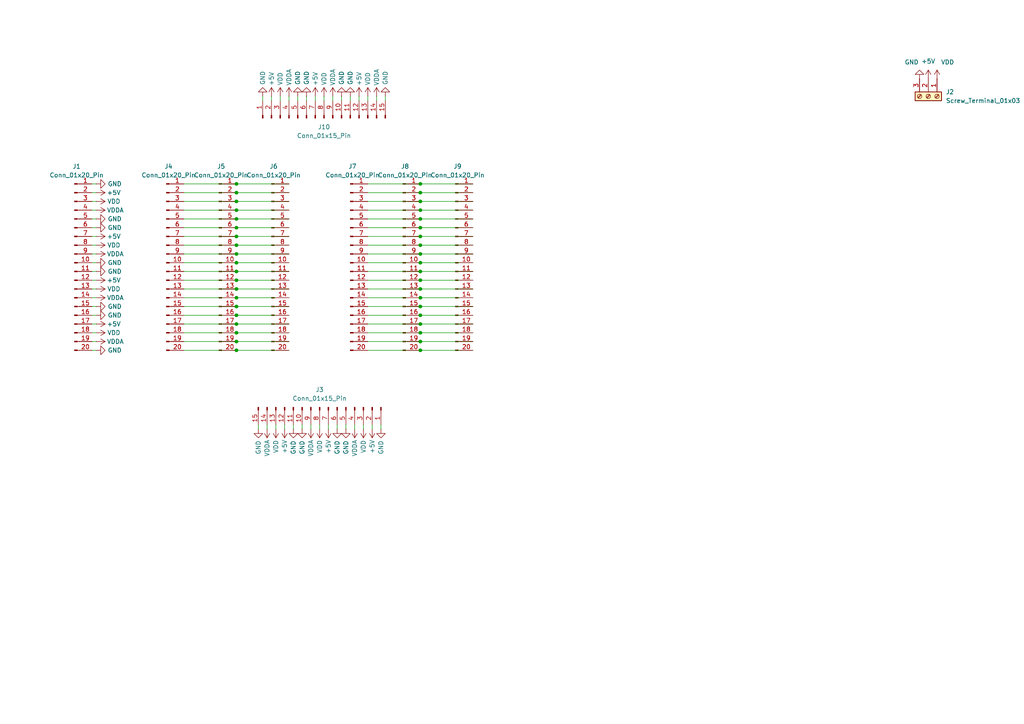
<source format=kicad_sch>
(kicad_sch
	(version 20231120)
	(generator "eeschema")
	(generator_version "8.0")
	(uuid "51770cd6-efff-4c4f-8553-b7ef0a8dd6e7")
	(paper "A4")
	(lib_symbols
		(symbol "Connector:Conn_01x15_Pin"
			(pin_names
				(offset 1.016) hide)
			(exclude_from_sim no)
			(in_bom yes)
			(on_board yes)
			(property "Reference" "J"
				(at 0 20.32 0)
				(effects
					(font
						(size 1.27 1.27)
					)
				)
			)
			(property "Value" "Conn_01x15_Pin"
				(at 0 -20.32 0)
				(effects
					(font
						(size 1.27 1.27)
					)
				)
			)
			(property "Footprint" ""
				(at 0 0 0)
				(effects
					(font
						(size 1.27 1.27)
					)
					(hide yes)
				)
			)
			(property "Datasheet" "~"
				(at 0 0 0)
				(effects
					(font
						(size 1.27 1.27)
					)
					(hide yes)
				)
			)
			(property "Description" "Generic connector, single row, 01x15, script generated"
				(at 0 0 0)
				(effects
					(font
						(size 1.27 1.27)
					)
					(hide yes)
				)
			)
			(property "ki_locked" ""
				(at 0 0 0)
				(effects
					(font
						(size 1.27 1.27)
					)
				)
			)
			(property "ki_keywords" "connector"
				(at 0 0 0)
				(effects
					(font
						(size 1.27 1.27)
					)
					(hide yes)
				)
			)
			(property "ki_fp_filters" "Connector*:*_1x??_*"
				(at 0 0 0)
				(effects
					(font
						(size 1.27 1.27)
					)
					(hide yes)
				)
			)
			(symbol "Conn_01x15_Pin_1_1"
				(polyline
					(pts
						(xy 1.27 -17.78) (xy 0.8636 -17.78)
					)
					(stroke
						(width 0.1524)
						(type default)
					)
					(fill
						(type none)
					)
				)
				(polyline
					(pts
						(xy 1.27 -15.24) (xy 0.8636 -15.24)
					)
					(stroke
						(width 0.1524)
						(type default)
					)
					(fill
						(type none)
					)
				)
				(polyline
					(pts
						(xy 1.27 -12.7) (xy 0.8636 -12.7)
					)
					(stroke
						(width 0.1524)
						(type default)
					)
					(fill
						(type none)
					)
				)
				(polyline
					(pts
						(xy 1.27 -10.16) (xy 0.8636 -10.16)
					)
					(stroke
						(width 0.1524)
						(type default)
					)
					(fill
						(type none)
					)
				)
				(polyline
					(pts
						(xy 1.27 -7.62) (xy 0.8636 -7.62)
					)
					(stroke
						(width 0.1524)
						(type default)
					)
					(fill
						(type none)
					)
				)
				(polyline
					(pts
						(xy 1.27 -5.08) (xy 0.8636 -5.08)
					)
					(stroke
						(width 0.1524)
						(type default)
					)
					(fill
						(type none)
					)
				)
				(polyline
					(pts
						(xy 1.27 -2.54) (xy 0.8636 -2.54)
					)
					(stroke
						(width 0.1524)
						(type default)
					)
					(fill
						(type none)
					)
				)
				(polyline
					(pts
						(xy 1.27 0) (xy 0.8636 0)
					)
					(stroke
						(width 0.1524)
						(type default)
					)
					(fill
						(type none)
					)
				)
				(polyline
					(pts
						(xy 1.27 2.54) (xy 0.8636 2.54)
					)
					(stroke
						(width 0.1524)
						(type default)
					)
					(fill
						(type none)
					)
				)
				(polyline
					(pts
						(xy 1.27 5.08) (xy 0.8636 5.08)
					)
					(stroke
						(width 0.1524)
						(type default)
					)
					(fill
						(type none)
					)
				)
				(polyline
					(pts
						(xy 1.27 7.62) (xy 0.8636 7.62)
					)
					(stroke
						(width 0.1524)
						(type default)
					)
					(fill
						(type none)
					)
				)
				(polyline
					(pts
						(xy 1.27 10.16) (xy 0.8636 10.16)
					)
					(stroke
						(width 0.1524)
						(type default)
					)
					(fill
						(type none)
					)
				)
				(polyline
					(pts
						(xy 1.27 12.7) (xy 0.8636 12.7)
					)
					(stroke
						(width 0.1524)
						(type default)
					)
					(fill
						(type none)
					)
				)
				(polyline
					(pts
						(xy 1.27 15.24) (xy 0.8636 15.24)
					)
					(stroke
						(width 0.1524)
						(type default)
					)
					(fill
						(type none)
					)
				)
				(polyline
					(pts
						(xy 1.27 17.78) (xy 0.8636 17.78)
					)
					(stroke
						(width 0.1524)
						(type default)
					)
					(fill
						(type none)
					)
				)
				(rectangle
					(start 0.8636 -17.653)
					(end 0 -17.907)
					(stroke
						(width 0.1524)
						(type default)
					)
					(fill
						(type outline)
					)
				)
				(rectangle
					(start 0.8636 -15.113)
					(end 0 -15.367)
					(stroke
						(width 0.1524)
						(type default)
					)
					(fill
						(type outline)
					)
				)
				(rectangle
					(start 0.8636 -12.573)
					(end 0 -12.827)
					(stroke
						(width 0.1524)
						(type default)
					)
					(fill
						(type outline)
					)
				)
				(rectangle
					(start 0.8636 -10.033)
					(end 0 -10.287)
					(stroke
						(width 0.1524)
						(type default)
					)
					(fill
						(type outline)
					)
				)
				(rectangle
					(start 0.8636 -7.493)
					(end 0 -7.747)
					(stroke
						(width 0.1524)
						(type default)
					)
					(fill
						(type outline)
					)
				)
				(rectangle
					(start 0.8636 -4.953)
					(end 0 -5.207)
					(stroke
						(width 0.1524)
						(type default)
					)
					(fill
						(type outline)
					)
				)
				(rectangle
					(start 0.8636 -2.413)
					(end 0 -2.667)
					(stroke
						(width 0.1524)
						(type default)
					)
					(fill
						(type outline)
					)
				)
				(rectangle
					(start 0.8636 0.127)
					(end 0 -0.127)
					(stroke
						(width 0.1524)
						(type default)
					)
					(fill
						(type outline)
					)
				)
				(rectangle
					(start 0.8636 2.667)
					(end 0 2.413)
					(stroke
						(width 0.1524)
						(type default)
					)
					(fill
						(type outline)
					)
				)
				(rectangle
					(start 0.8636 5.207)
					(end 0 4.953)
					(stroke
						(width 0.1524)
						(type default)
					)
					(fill
						(type outline)
					)
				)
				(rectangle
					(start 0.8636 7.747)
					(end 0 7.493)
					(stroke
						(width 0.1524)
						(type default)
					)
					(fill
						(type outline)
					)
				)
				(rectangle
					(start 0.8636 10.287)
					(end 0 10.033)
					(stroke
						(width 0.1524)
						(type default)
					)
					(fill
						(type outline)
					)
				)
				(rectangle
					(start 0.8636 12.827)
					(end 0 12.573)
					(stroke
						(width 0.1524)
						(type default)
					)
					(fill
						(type outline)
					)
				)
				(rectangle
					(start 0.8636 15.367)
					(end 0 15.113)
					(stroke
						(width 0.1524)
						(type default)
					)
					(fill
						(type outline)
					)
				)
				(rectangle
					(start 0.8636 17.907)
					(end 0 17.653)
					(stroke
						(width 0.1524)
						(type default)
					)
					(fill
						(type outline)
					)
				)
				(pin passive line
					(at 5.08 17.78 180)
					(length 3.81)
					(name "Pin_1"
						(effects
							(font
								(size 1.27 1.27)
							)
						)
					)
					(number "1"
						(effects
							(font
								(size 1.27 1.27)
							)
						)
					)
				)
				(pin passive line
					(at 5.08 -5.08 180)
					(length 3.81)
					(name "Pin_10"
						(effects
							(font
								(size 1.27 1.27)
							)
						)
					)
					(number "10"
						(effects
							(font
								(size 1.27 1.27)
							)
						)
					)
				)
				(pin passive line
					(at 5.08 -7.62 180)
					(length 3.81)
					(name "Pin_11"
						(effects
							(font
								(size 1.27 1.27)
							)
						)
					)
					(number "11"
						(effects
							(font
								(size 1.27 1.27)
							)
						)
					)
				)
				(pin passive line
					(at 5.08 -10.16 180)
					(length 3.81)
					(name "Pin_12"
						(effects
							(font
								(size 1.27 1.27)
							)
						)
					)
					(number "12"
						(effects
							(font
								(size 1.27 1.27)
							)
						)
					)
				)
				(pin passive line
					(at 5.08 -12.7 180)
					(length 3.81)
					(name "Pin_13"
						(effects
							(font
								(size 1.27 1.27)
							)
						)
					)
					(number "13"
						(effects
							(font
								(size 1.27 1.27)
							)
						)
					)
				)
				(pin passive line
					(at 5.08 -15.24 180)
					(length 3.81)
					(name "Pin_14"
						(effects
							(font
								(size 1.27 1.27)
							)
						)
					)
					(number "14"
						(effects
							(font
								(size 1.27 1.27)
							)
						)
					)
				)
				(pin passive line
					(at 5.08 -17.78 180)
					(length 3.81)
					(name "Pin_15"
						(effects
							(font
								(size 1.27 1.27)
							)
						)
					)
					(number "15"
						(effects
							(font
								(size 1.27 1.27)
							)
						)
					)
				)
				(pin passive line
					(at 5.08 15.24 180)
					(length 3.81)
					(name "Pin_2"
						(effects
							(font
								(size 1.27 1.27)
							)
						)
					)
					(number "2"
						(effects
							(font
								(size 1.27 1.27)
							)
						)
					)
				)
				(pin passive line
					(at 5.08 12.7 180)
					(length 3.81)
					(name "Pin_3"
						(effects
							(font
								(size 1.27 1.27)
							)
						)
					)
					(number "3"
						(effects
							(font
								(size 1.27 1.27)
							)
						)
					)
				)
				(pin passive line
					(at 5.08 10.16 180)
					(length 3.81)
					(name "Pin_4"
						(effects
							(font
								(size 1.27 1.27)
							)
						)
					)
					(number "4"
						(effects
							(font
								(size 1.27 1.27)
							)
						)
					)
				)
				(pin passive line
					(at 5.08 7.62 180)
					(length 3.81)
					(name "Pin_5"
						(effects
							(font
								(size 1.27 1.27)
							)
						)
					)
					(number "5"
						(effects
							(font
								(size 1.27 1.27)
							)
						)
					)
				)
				(pin passive line
					(at 5.08 5.08 180)
					(length 3.81)
					(name "Pin_6"
						(effects
							(font
								(size 1.27 1.27)
							)
						)
					)
					(number "6"
						(effects
							(font
								(size 1.27 1.27)
							)
						)
					)
				)
				(pin passive line
					(at 5.08 2.54 180)
					(length 3.81)
					(name "Pin_7"
						(effects
							(font
								(size 1.27 1.27)
							)
						)
					)
					(number "7"
						(effects
							(font
								(size 1.27 1.27)
							)
						)
					)
				)
				(pin passive line
					(at 5.08 0 180)
					(length 3.81)
					(name "Pin_8"
						(effects
							(font
								(size 1.27 1.27)
							)
						)
					)
					(number "8"
						(effects
							(font
								(size 1.27 1.27)
							)
						)
					)
				)
				(pin passive line
					(at 5.08 -2.54 180)
					(length 3.81)
					(name "Pin_9"
						(effects
							(font
								(size 1.27 1.27)
							)
						)
					)
					(number "9"
						(effects
							(font
								(size 1.27 1.27)
							)
						)
					)
				)
			)
		)
		(symbol "Connector:Conn_01x20_Pin"
			(pin_names
				(offset 1.016) hide)
			(exclude_from_sim no)
			(in_bom yes)
			(on_board yes)
			(property "Reference" "J"
				(at 0 25.4 0)
				(effects
					(font
						(size 1.27 1.27)
					)
				)
			)
			(property "Value" "Conn_01x20_Pin"
				(at 0 -27.94 0)
				(effects
					(font
						(size 1.27 1.27)
					)
				)
			)
			(property "Footprint" ""
				(at 0 0 0)
				(effects
					(font
						(size 1.27 1.27)
					)
					(hide yes)
				)
			)
			(property "Datasheet" "~"
				(at 0 0 0)
				(effects
					(font
						(size 1.27 1.27)
					)
					(hide yes)
				)
			)
			(property "Description" "Generic connector, single row, 01x20, script generated"
				(at 0 0 0)
				(effects
					(font
						(size 1.27 1.27)
					)
					(hide yes)
				)
			)
			(property "ki_locked" ""
				(at 0 0 0)
				(effects
					(font
						(size 1.27 1.27)
					)
				)
			)
			(property "ki_keywords" "connector"
				(at 0 0 0)
				(effects
					(font
						(size 1.27 1.27)
					)
					(hide yes)
				)
			)
			(property "ki_fp_filters" "Connector*:*_1x??_*"
				(at 0 0 0)
				(effects
					(font
						(size 1.27 1.27)
					)
					(hide yes)
				)
			)
			(symbol "Conn_01x20_Pin_1_1"
				(polyline
					(pts
						(xy 1.27 -25.4) (xy 0.8636 -25.4)
					)
					(stroke
						(width 0.1524)
						(type default)
					)
					(fill
						(type none)
					)
				)
				(polyline
					(pts
						(xy 1.27 -22.86) (xy 0.8636 -22.86)
					)
					(stroke
						(width 0.1524)
						(type default)
					)
					(fill
						(type none)
					)
				)
				(polyline
					(pts
						(xy 1.27 -20.32) (xy 0.8636 -20.32)
					)
					(stroke
						(width 0.1524)
						(type default)
					)
					(fill
						(type none)
					)
				)
				(polyline
					(pts
						(xy 1.27 -17.78) (xy 0.8636 -17.78)
					)
					(stroke
						(width 0.1524)
						(type default)
					)
					(fill
						(type none)
					)
				)
				(polyline
					(pts
						(xy 1.27 -15.24) (xy 0.8636 -15.24)
					)
					(stroke
						(width 0.1524)
						(type default)
					)
					(fill
						(type none)
					)
				)
				(polyline
					(pts
						(xy 1.27 -12.7) (xy 0.8636 -12.7)
					)
					(stroke
						(width 0.1524)
						(type default)
					)
					(fill
						(type none)
					)
				)
				(polyline
					(pts
						(xy 1.27 -10.16) (xy 0.8636 -10.16)
					)
					(stroke
						(width 0.1524)
						(type default)
					)
					(fill
						(type none)
					)
				)
				(polyline
					(pts
						(xy 1.27 -7.62) (xy 0.8636 -7.62)
					)
					(stroke
						(width 0.1524)
						(type default)
					)
					(fill
						(type none)
					)
				)
				(polyline
					(pts
						(xy 1.27 -5.08) (xy 0.8636 -5.08)
					)
					(stroke
						(width 0.1524)
						(type default)
					)
					(fill
						(type none)
					)
				)
				(polyline
					(pts
						(xy 1.27 -2.54) (xy 0.8636 -2.54)
					)
					(stroke
						(width 0.1524)
						(type default)
					)
					(fill
						(type none)
					)
				)
				(polyline
					(pts
						(xy 1.27 0) (xy 0.8636 0)
					)
					(stroke
						(width 0.1524)
						(type default)
					)
					(fill
						(type none)
					)
				)
				(polyline
					(pts
						(xy 1.27 2.54) (xy 0.8636 2.54)
					)
					(stroke
						(width 0.1524)
						(type default)
					)
					(fill
						(type none)
					)
				)
				(polyline
					(pts
						(xy 1.27 5.08) (xy 0.8636 5.08)
					)
					(stroke
						(width 0.1524)
						(type default)
					)
					(fill
						(type none)
					)
				)
				(polyline
					(pts
						(xy 1.27 7.62) (xy 0.8636 7.62)
					)
					(stroke
						(width 0.1524)
						(type default)
					)
					(fill
						(type none)
					)
				)
				(polyline
					(pts
						(xy 1.27 10.16) (xy 0.8636 10.16)
					)
					(stroke
						(width 0.1524)
						(type default)
					)
					(fill
						(type none)
					)
				)
				(polyline
					(pts
						(xy 1.27 12.7) (xy 0.8636 12.7)
					)
					(stroke
						(width 0.1524)
						(type default)
					)
					(fill
						(type none)
					)
				)
				(polyline
					(pts
						(xy 1.27 15.24) (xy 0.8636 15.24)
					)
					(stroke
						(width 0.1524)
						(type default)
					)
					(fill
						(type none)
					)
				)
				(polyline
					(pts
						(xy 1.27 17.78) (xy 0.8636 17.78)
					)
					(stroke
						(width 0.1524)
						(type default)
					)
					(fill
						(type none)
					)
				)
				(polyline
					(pts
						(xy 1.27 20.32) (xy 0.8636 20.32)
					)
					(stroke
						(width 0.1524)
						(type default)
					)
					(fill
						(type none)
					)
				)
				(polyline
					(pts
						(xy 1.27 22.86) (xy 0.8636 22.86)
					)
					(stroke
						(width 0.1524)
						(type default)
					)
					(fill
						(type none)
					)
				)
				(rectangle
					(start 0.8636 -25.273)
					(end 0 -25.527)
					(stroke
						(width 0.1524)
						(type default)
					)
					(fill
						(type outline)
					)
				)
				(rectangle
					(start 0.8636 -22.733)
					(end 0 -22.987)
					(stroke
						(width 0.1524)
						(type default)
					)
					(fill
						(type outline)
					)
				)
				(rectangle
					(start 0.8636 -20.193)
					(end 0 -20.447)
					(stroke
						(width 0.1524)
						(type default)
					)
					(fill
						(type outline)
					)
				)
				(rectangle
					(start 0.8636 -17.653)
					(end 0 -17.907)
					(stroke
						(width 0.1524)
						(type default)
					)
					(fill
						(type outline)
					)
				)
				(rectangle
					(start 0.8636 -15.113)
					(end 0 -15.367)
					(stroke
						(width 0.1524)
						(type default)
					)
					(fill
						(type outline)
					)
				)
				(rectangle
					(start 0.8636 -12.573)
					(end 0 -12.827)
					(stroke
						(width 0.1524)
						(type default)
					)
					(fill
						(type outline)
					)
				)
				(rectangle
					(start 0.8636 -10.033)
					(end 0 -10.287)
					(stroke
						(width 0.1524)
						(type default)
					)
					(fill
						(type outline)
					)
				)
				(rectangle
					(start 0.8636 -7.493)
					(end 0 -7.747)
					(stroke
						(width 0.1524)
						(type default)
					)
					(fill
						(type outline)
					)
				)
				(rectangle
					(start 0.8636 -4.953)
					(end 0 -5.207)
					(stroke
						(width 0.1524)
						(type default)
					)
					(fill
						(type outline)
					)
				)
				(rectangle
					(start 0.8636 -2.413)
					(end 0 -2.667)
					(stroke
						(width 0.1524)
						(type default)
					)
					(fill
						(type outline)
					)
				)
				(rectangle
					(start 0.8636 0.127)
					(end 0 -0.127)
					(stroke
						(width 0.1524)
						(type default)
					)
					(fill
						(type outline)
					)
				)
				(rectangle
					(start 0.8636 2.667)
					(end 0 2.413)
					(stroke
						(width 0.1524)
						(type default)
					)
					(fill
						(type outline)
					)
				)
				(rectangle
					(start 0.8636 5.207)
					(end 0 4.953)
					(stroke
						(width 0.1524)
						(type default)
					)
					(fill
						(type outline)
					)
				)
				(rectangle
					(start 0.8636 7.747)
					(end 0 7.493)
					(stroke
						(width 0.1524)
						(type default)
					)
					(fill
						(type outline)
					)
				)
				(rectangle
					(start 0.8636 10.287)
					(end 0 10.033)
					(stroke
						(width 0.1524)
						(type default)
					)
					(fill
						(type outline)
					)
				)
				(rectangle
					(start 0.8636 12.827)
					(end 0 12.573)
					(stroke
						(width 0.1524)
						(type default)
					)
					(fill
						(type outline)
					)
				)
				(rectangle
					(start 0.8636 15.367)
					(end 0 15.113)
					(stroke
						(width 0.1524)
						(type default)
					)
					(fill
						(type outline)
					)
				)
				(rectangle
					(start 0.8636 17.907)
					(end 0 17.653)
					(stroke
						(width 0.1524)
						(type default)
					)
					(fill
						(type outline)
					)
				)
				(rectangle
					(start 0.8636 20.447)
					(end 0 20.193)
					(stroke
						(width 0.1524)
						(type default)
					)
					(fill
						(type outline)
					)
				)
				(rectangle
					(start 0.8636 22.987)
					(end 0 22.733)
					(stroke
						(width 0.1524)
						(type default)
					)
					(fill
						(type outline)
					)
				)
				(pin passive line
					(at 5.08 22.86 180)
					(length 3.81)
					(name "Pin_1"
						(effects
							(font
								(size 1.27 1.27)
							)
						)
					)
					(number "1"
						(effects
							(font
								(size 1.27 1.27)
							)
						)
					)
				)
				(pin passive line
					(at 5.08 0 180)
					(length 3.81)
					(name "Pin_10"
						(effects
							(font
								(size 1.27 1.27)
							)
						)
					)
					(number "10"
						(effects
							(font
								(size 1.27 1.27)
							)
						)
					)
				)
				(pin passive line
					(at 5.08 -2.54 180)
					(length 3.81)
					(name "Pin_11"
						(effects
							(font
								(size 1.27 1.27)
							)
						)
					)
					(number "11"
						(effects
							(font
								(size 1.27 1.27)
							)
						)
					)
				)
				(pin passive line
					(at 5.08 -5.08 180)
					(length 3.81)
					(name "Pin_12"
						(effects
							(font
								(size 1.27 1.27)
							)
						)
					)
					(number "12"
						(effects
							(font
								(size 1.27 1.27)
							)
						)
					)
				)
				(pin passive line
					(at 5.08 -7.62 180)
					(length 3.81)
					(name "Pin_13"
						(effects
							(font
								(size 1.27 1.27)
							)
						)
					)
					(number "13"
						(effects
							(font
								(size 1.27 1.27)
							)
						)
					)
				)
				(pin passive line
					(at 5.08 -10.16 180)
					(length 3.81)
					(name "Pin_14"
						(effects
							(font
								(size 1.27 1.27)
							)
						)
					)
					(number "14"
						(effects
							(font
								(size 1.27 1.27)
							)
						)
					)
				)
				(pin passive line
					(at 5.08 -12.7 180)
					(length 3.81)
					(name "Pin_15"
						(effects
							(font
								(size 1.27 1.27)
							)
						)
					)
					(number "15"
						(effects
							(font
								(size 1.27 1.27)
							)
						)
					)
				)
				(pin passive line
					(at 5.08 -15.24 180)
					(length 3.81)
					(name "Pin_16"
						(effects
							(font
								(size 1.27 1.27)
							)
						)
					)
					(number "16"
						(effects
							(font
								(size 1.27 1.27)
							)
						)
					)
				)
				(pin passive line
					(at 5.08 -17.78 180)
					(length 3.81)
					(name "Pin_17"
						(effects
							(font
								(size 1.27 1.27)
							)
						)
					)
					(number "17"
						(effects
							(font
								(size 1.27 1.27)
							)
						)
					)
				)
				(pin passive line
					(at 5.08 -20.32 180)
					(length 3.81)
					(name "Pin_18"
						(effects
							(font
								(size 1.27 1.27)
							)
						)
					)
					(number "18"
						(effects
							(font
								(size 1.27 1.27)
							)
						)
					)
				)
				(pin passive line
					(at 5.08 -22.86 180)
					(length 3.81)
					(name "Pin_19"
						(effects
							(font
								(size 1.27 1.27)
							)
						)
					)
					(number "19"
						(effects
							(font
								(size 1.27 1.27)
							)
						)
					)
				)
				(pin passive line
					(at 5.08 20.32 180)
					(length 3.81)
					(name "Pin_2"
						(effects
							(font
								(size 1.27 1.27)
							)
						)
					)
					(number "2"
						(effects
							(font
								(size 1.27 1.27)
							)
						)
					)
				)
				(pin passive line
					(at 5.08 -25.4 180)
					(length 3.81)
					(name "Pin_20"
						(effects
							(font
								(size 1.27 1.27)
							)
						)
					)
					(number "20"
						(effects
							(font
								(size 1.27 1.27)
							)
						)
					)
				)
				(pin passive line
					(at 5.08 17.78 180)
					(length 3.81)
					(name "Pin_3"
						(effects
							(font
								(size 1.27 1.27)
							)
						)
					)
					(number "3"
						(effects
							(font
								(size 1.27 1.27)
							)
						)
					)
				)
				(pin passive line
					(at 5.08 15.24 180)
					(length 3.81)
					(name "Pin_4"
						(effects
							(font
								(size 1.27 1.27)
							)
						)
					)
					(number "4"
						(effects
							(font
								(size 1.27 1.27)
							)
						)
					)
				)
				(pin passive line
					(at 5.08 12.7 180)
					(length 3.81)
					(name "Pin_5"
						(effects
							(font
								(size 1.27 1.27)
							)
						)
					)
					(number "5"
						(effects
							(font
								(size 1.27 1.27)
							)
						)
					)
				)
				(pin passive line
					(at 5.08 10.16 180)
					(length 3.81)
					(name "Pin_6"
						(effects
							(font
								(size 1.27 1.27)
							)
						)
					)
					(number "6"
						(effects
							(font
								(size 1.27 1.27)
							)
						)
					)
				)
				(pin passive line
					(at 5.08 7.62 180)
					(length 3.81)
					(name "Pin_7"
						(effects
							(font
								(size 1.27 1.27)
							)
						)
					)
					(number "7"
						(effects
							(font
								(size 1.27 1.27)
							)
						)
					)
				)
				(pin passive line
					(at 5.08 5.08 180)
					(length 3.81)
					(name "Pin_8"
						(effects
							(font
								(size 1.27 1.27)
							)
						)
					)
					(number "8"
						(effects
							(font
								(size 1.27 1.27)
							)
						)
					)
				)
				(pin passive line
					(at 5.08 2.54 180)
					(length 3.81)
					(name "Pin_9"
						(effects
							(font
								(size 1.27 1.27)
							)
						)
					)
					(number "9"
						(effects
							(font
								(size 1.27 1.27)
							)
						)
					)
				)
			)
		)
		(symbol "Connector:Screw_Terminal_01x03"
			(pin_names
				(offset 1.016) hide)
			(exclude_from_sim no)
			(in_bom yes)
			(on_board yes)
			(property "Reference" "J"
				(at 0 5.08 0)
				(effects
					(font
						(size 1.27 1.27)
					)
				)
			)
			(property "Value" "Screw_Terminal_01x03"
				(at 0 -5.08 0)
				(effects
					(font
						(size 1.27 1.27)
					)
				)
			)
			(property "Footprint" ""
				(at 0 0 0)
				(effects
					(font
						(size 1.27 1.27)
					)
					(hide yes)
				)
			)
			(property "Datasheet" "~"
				(at 0 0 0)
				(effects
					(font
						(size 1.27 1.27)
					)
					(hide yes)
				)
			)
			(property "Description" "Generic screw terminal, single row, 01x03, script generated (kicad-library-utils/schlib/autogen/connector/)"
				(at 0 0 0)
				(effects
					(font
						(size 1.27 1.27)
					)
					(hide yes)
				)
			)
			(property "ki_keywords" "screw terminal"
				(at 0 0 0)
				(effects
					(font
						(size 1.27 1.27)
					)
					(hide yes)
				)
			)
			(property "ki_fp_filters" "TerminalBlock*:*"
				(at 0 0 0)
				(effects
					(font
						(size 1.27 1.27)
					)
					(hide yes)
				)
			)
			(symbol "Screw_Terminal_01x03_1_1"
				(rectangle
					(start -1.27 3.81)
					(end 1.27 -3.81)
					(stroke
						(width 0.254)
						(type default)
					)
					(fill
						(type background)
					)
				)
				(circle
					(center 0 -2.54)
					(radius 0.635)
					(stroke
						(width 0.1524)
						(type default)
					)
					(fill
						(type none)
					)
				)
				(polyline
					(pts
						(xy -0.5334 -2.2098) (xy 0.3302 -3.048)
					)
					(stroke
						(width 0.1524)
						(type default)
					)
					(fill
						(type none)
					)
				)
				(polyline
					(pts
						(xy -0.5334 0.3302) (xy 0.3302 -0.508)
					)
					(stroke
						(width 0.1524)
						(type default)
					)
					(fill
						(type none)
					)
				)
				(polyline
					(pts
						(xy -0.5334 2.8702) (xy 0.3302 2.032)
					)
					(stroke
						(width 0.1524)
						(type default)
					)
					(fill
						(type none)
					)
				)
				(polyline
					(pts
						(xy -0.3556 -2.032) (xy 0.508 -2.8702)
					)
					(stroke
						(width 0.1524)
						(type default)
					)
					(fill
						(type none)
					)
				)
				(polyline
					(pts
						(xy -0.3556 0.508) (xy 0.508 -0.3302)
					)
					(stroke
						(width 0.1524)
						(type default)
					)
					(fill
						(type none)
					)
				)
				(polyline
					(pts
						(xy -0.3556 3.048) (xy 0.508 2.2098)
					)
					(stroke
						(width 0.1524)
						(type default)
					)
					(fill
						(type none)
					)
				)
				(circle
					(center 0 0)
					(radius 0.635)
					(stroke
						(width 0.1524)
						(type default)
					)
					(fill
						(type none)
					)
				)
				(circle
					(center 0 2.54)
					(radius 0.635)
					(stroke
						(width 0.1524)
						(type default)
					)
					(fill
						(type none)
					)
				)
				(pin passive line
					(at -5.08 2.54 0)
					(length 3.81)
					(name "Pin_1"
						(effects
							(font
								(size 1.27 1.27)
							)
						)
					)
					(number "1"
						(effects
							(font
								(size 1.27 1.27)
							)
						)
					)
				)
				(pin passive line
					(at -5.08 0 0)
					(length 3.81)
					(name "Pin_2"
						(effects
							(font
								(size 1.27 1.27)
							)
						)
					)
					(number "2"
						(effects
							(font
								(size 1.27 1.27)
							)
						)
					)
				)
				(pin passive line
					(at -5.08 -2.54 0)
					(length 3.81)
					(name "Pin_3"
						(effects
							(font
								(size 1.27 1.27)
							)
						)
					)
					(number "3"
						(effects
							(font
								(size 1.27 1.27)
							)
						)
					)
				)
			)
		)
		(symbol "power:+5V"
			(power)
			(pin_numbers hide)
			(pin_names
				(offset 0) hide)
			(exclude_from_sim no)
			(in_bom yes)
			(on_board yes)
			(property "Reference" "#PWR"
				(at 0 -3.81 0)
				(effects
					(font
						(size 1.27 1.27)
					)
					(hide yes)
				)
			)
			(property "Value" "+5V"
				(at 0 3.556 0)
				(effects
					(font
						(size 1.27 1.27)
					)
				)
			)
			(property "Footprint" ""
				(at 0 0 0)
				(effects
					(font
						(size 1.27 1.27)
					)
					(hide yes)
				)
			)
			(property "Datasheet" ""
				(at 0 0 0)
				(effects
					(font
						(size 1.27 1.27)
					)
					(hide yes)
				)
			)
			(property "Description" "Power symbol creates a global label with name \"+5V\""
				(at 0 0 0)
				(effects
					(font
						(size 1.27 1.27)
					)
					(hide yes)
				)
			)
			(property "ki_keywords" "global power"
				(at 0 0 0)
				(effects
					(font
						(size 1.27 1.27)
					)
					(hide yes)
				)
			)
			(symbol "+5V_0_1"
				(polyline
					(pts
						(xy -0.762 1.27) (xy 0 2.54)
					)
					(stroke
						(width 0)
						(type default)
					)
					(fill
						(type none)
					)
				)
				(polyline
					(pts
						(xy 0 0) (xy 0 2.54)
					)
					(stroke
						(width 0)
						(type default)
					)
					(fill
						(type none)
					)
				)
				(polyline
					(pts
						(xy 0 2.54) (xy 0.762 1.27)
					)
					(stroke
						(width 0)
						(type default)
					)
					(fill
						(type none)
					)
				)
			)
			(symbol "+5V_1_1"
				(pin power_in line
					(at 0 0 90)
					(length 0)
					(name "~"
						(effects
							(font
								(size 1.27 1.27)
							)
						)
					)
					(number "1"
						(effects
							(font
								(size 1.27 1.27)
							)
						)
					)
				)
			)
		)
		(symbol "power:GND"
			(power)
			(pin_numbers hide)
			(pin_names
				(offset 0) hide)
			(exclude_from_sim no)
			(in_bom yes)
			(on_board yes)
			(property "Reference" "#PWR"
				(at 0 -6.35 0)
				(effects
					(font
						(size 1.27 1.27)
					)
					(hide yes)
				)
			)
			(property "Value" "GND"
				(at 0 -3.81 0)
				(effects
					(font
						(size 1.27 1.27)
					)
				)
			)
			(property "Footprint" ""
				(at 0 0 0)
				(effects
					(font
						(size 1.27 1.27)
					)
					(hide yes)
				)
			)
			(property "Datasheet" ""
				(at 0 0 0)
				(effects
					(font
						(size 1.27 1.27)
					)
					(hide yes)
				)
			)
			(property "Description" "Power symbol creates a global label with name \"GND\" , ground"
				(at 0 0 0)
				(effects
					(font
						(size 1.27 1.27)
					)
					(hide yes)
				)
			)
			(property "ki_keywords" "global power"
				(at 0 0 0)
				(effects
					(font
						(size 1.27 1.27)
					)
					(hide yes)
				)
			)
			(symbol "GND_0_1"
				(polyline
					(pts
						(xy 0 0) (xy 0 -1.27) (xy 1.27 -1.27) (xy 0 -2.54) (xy -1.27 -1.27) (xy 0 -1.27)
					)
					(stroke
						(width 0)
						(type default)
					)
					(fill
						(type none)
					)
				)
			)
			(symbol "GND_1_1"
				(pin power_in line
					(at 0 0 270)
					(length 0)
					(name "~"
						(effects
							(font
								(size 1.27 1.27)
							)
						)
					)
					(number "1"
						(effects
							(font
								(size 1.27 1.27)
							)
						)
					)
				)
			)
		)
		(symbol "power:VDD"
			(power)
			(pin_numbers hide)
			(pin_names
				(offset 0) hide)
			(exclude_from_sim no)
			(in_bom yes)
			(on_board yes)
			(property "Reference" "#PWR"
				(at 0 -3.81 0)
				(effects
					(font
						(size 1.27 1.27)
					)
					(hide yes)
				)
			)
			(property "Value" "VDD"
				(at 0 3.556 0)
				(effects
					(font
						(size 1.27 1.27)
					)
				)
			)
			(property "Footprint" ""
				(at 0 0 0)
				(effects
					(font
						(size 1.27 1.27)
					)
					(hide yes)
				)
			)
			(property "Datasheet" ""
				(at 0 0 0)
				(effects
					(font
						(size 1.27 1.27)
					)
					(hide yes)
				)
			)
			(property "Description" "Power symbol creates a global label with name \"VDD\""
				(at 0 0 0)
				(effects
					(font
						(size 1.27 1.27)
					)
					(hide yes)
				)
			)
			(property "ki_keywords" "global power"
				(at 0 0 0)
				(effects
					(font
						(size 1.27 1.27)
					)
					(hide yes)
				)
			)
			(symbol "VDD_0_1"
				(polyline
					(pts
						(xy -0.762 1.27) (xy 0 2.54)
					)
					(stroke
						(width 0)
						(type default)
					)
					(fill
						(type none)
					)
				)
				(polyline
					(pts
						(xy 0 0) (xy 0 2.54)
					)
					(stroke
						(width 0)
						(type default)
					)
					(fill
						(type none)
					)
				)
				(polyline
					(pts
						(xy 0 2.54) (xy 0.762 1.27)
					)
					(stroke
						(width 0)
						(type default)
					)
					(fill
						(type none)
					)
				)
			)
			(symbol "VDD_1_1"
				(pin power_in line
					(at 0 0 90)
					(length 0)
					(name "~"
						(effects
							(font
								(size 1.27 1.27)
							)
						)
					)
					(number "1"
						(effects
							(font
								(size 1.27 1.27)
							)
						)
					)
				)
			)
		)
		(symbol "power:VDDA"
			(power)
			(pin_numbers hide)
			(pin_names
				(offset 0) hide)
			(exclude_from_sim no)
			(in_bom yes)
			(on_board yes)
			(property "Reference" "#PWR"
				(at 0 -3.81 0)
				(effects
					(font
						(size 1.27 1.27)
					)
					(hide yes)
				)
			)
			(property "Value" "VDDA"
				(at 0 3.556 0)
				(effects
					(font
						(size 1.27 1.27)
					)
				)
			)
			(property "Footprint" ""
				(at 0 0 0)
				(effects
					(font
						(size 1.27 1.27)
					)
					(hide yes)
				)
			)
			(property "Datasheet" ""
				(at 0 0 0)
				(effects
					(font
						(size 1.27 1.27)
					)
					(hide yes)
				)
			)
			(property "Description" "Power symbol creates a global label with name \"VDDA\""
				(at 0 0 0)
				(effects
					(font
						(size 1.27 1.27)
					)
					(hide yes)
				)
			)
			(property "ki_keywords" "global power"
				(at 0 0 0)
				(effects
					(font
						(size 1.27 1.27)
					)
					(hide yes)
				)
			)
			(symbol "VDDA_0_1"
				(polyline
					(pts
						(xy -0.762 1.27) (xy 0 2.54)
					)
					(stroke
						(width 0)
						(type default)
					)
					(fill
						(type none)
					)
				)
				(polyline
					(pts
						(xy 0 0) (xy 0 2.54)
					)
					(stroke
						(width 0)
						(type default)
					)
					(fill
						(type none)
					)
				)
				(polyline
					(pts
						(xy 0 2.54) (xy 0.762 1.27)
					)
					(stroke
						(width 0)
						(type default)
					)
					(fill
						(type none)
					)
				)
			)
			(symbol "VDDA_1_1"
				(pin power_in line
					(at 0 0 90)
					(length 0)
					(name "~"
						(effects
							(font
								(size 1.27 1.27)
							)
						)
					)
					(number "1"
						(effects
							(font
								(size 1.27 1.27)
							)
						)
					)
				)
			)
		)
	)
	(junction
		(at 121.92 78.74)
		(diameter 0)
		(color 0 0 0 0)
		(uuid "038edf57-1246-4484-ae09-4228bdb3dcc6")
	)
	(junction
		(at 68.58 83.82)
		(diameter 0)
		(color 0 0 0 0)
		(uuid "039ffcb7-8dd3-4219-a8ef-6199711cf14f")
	)
	(junction
		(at 121.92 83.82)
		(diameter 0)
		(color 0 0 0 0)
		(uuid "08e15671-4ed9-43dc-b8a1-090d26b77c68")
	)
	(junction
		(at 68.58 99.06)
		(diameter 0)
		(color 0 0 0 0)
		(uuid "0a669012-3c61-4cad-996b-fc1908980d6f")
	)
	(junction
		(at 68.58 91.44)
		(diameter 0)
		(color 0 0 0 0)
		(uuid "1211c942-7f49-43ba-b55a-58e4803ce26c")
	)
	(junction
		(at 68.58 88.9)
		(diameter 0)
		(color 0 0 0 0)
		(uuid "16398ce8-88d8-4aad-9640-b50904871ab4")
	)
	(junction
		(at 121.92 58.42)
		(diameter 0)
		(color 0 0 0 0)
		(uuid "22585883-3c4e-4955-ad0a-b7765749ecab")
	)
	(junction
		(at 68.58 73.66)
		(diameter 0)
		(color 0 0 0 0)
		(uuid "281389ee-d450-44f1-bedb-d611a2209b6b")
	)
	(junction
		(at 68.58 86.36)
		(diameter 0)
		(color 0 0 0 0)
		(uuid "2aa0f623-a4b9-49b4-b204-02e362e9ff2d")
	)
	(junction
		(at 121.92 71.12)
		(diameter 0)
		(color 0 0 0 0)
		(uuid "2cede384-94d9-4579-8744-4811edb95303")
	)
	(junction
		(at 68.58 71.12)
		(diameter 0)
		(color 0 0 0 0)
		(uuid "333b5d85-b92f-4335-8960-c05453aae7dd")
	)
	(junction
		(at 68.58 101.6)
		(diameter 0)
		(color 0 0 0 0)
		(uuid "34f49407-9936-4363-b696-314110959415")
	)
	(junction
		(at 121.92 81.28)
		(diameter 0)
		(color 0 0 0 0)
		(uuid "38e4e9bf-c818-4c80-a91e-0744d35c7633")
	)
	(junction
		(at 121.92 63.5)
		(diameter 0)
		(color 0 0 0 0)
		(uuid "3b4a037a-950e-4f74-bb22-f4653008d518")
	)
	(junction
		(at 121.92 68.58)
		(diameter 0)
		(color 0 0 0 0)
		(uuid "3c92be68-8e8a-40e4-93fa-2e31f7a14624")
	)
	(junction
		(at 121.92 101.6)
		(diameter 0)
		(color 0 0 0 0)
		(uuid "3f5483d7-a532-4359-b6de-966bafa17cbe")
	)
	(junction
		(at 121.92 91.44)
		(diameter 0)
		(color 0 0 0 0)
		(uuid "403cd7dd-f0bb-4b19-80e1-d21abf3ec8d9")
	)
	(junction
		(at 68.58 53.34)
		(diameter 0)
		(color 0 0 0 0)
		(uuid "411ea171-0602-4def-b4e6-994b59f45980")
	)
	(junction
		(at 68.58 68.58)
		(diameter 0)
		(color 0 0 0 0)
		(uuid "48c94151-5834-4784-81e7-a87297d814f6")
	)
	(junction
		(at 68.58 58.42)
		(diameter 0)
		(color 0 0 0 0)
		(uuid "561ab63a-0fe8-4970-8300-a334803d4c8c")
	)
	(junction
		(at 121.92 86.36)
		(diameter 0)
		(color 0 0 0 0)
		(uuid "5c9879a9-b3a7-4bf3-8c6e-8383410c48c2")
	)
	(junction
		(at 68.58 76.2)
		(diameter 0)
		(color 0 0 0 0)
		(uuid "61ddb2a9-e460-4820-b8de-703f7d0b266f")
	)
	(junction
		(at 68.58 78.74)
		(diameter 0)
		(color 0 0 0 0)
		(uuid "6278aad1-ee75-4d0d-a23e-2d9014686ff8")
	)
	(junction
		(at 121.92 93.98)
		(diameter 0)
		(color 0 0 0 0)
		(uuid "6e14bc6a-807a-4869-a946-eaf75d9973af")
	)
	(junction
		(at 121.92 55.88)
		(diameter 0)
		(color 0 0 0 0)
		(uuid "85591193-b1c8-4408-adf2-6c857905d560")
	)
	(junction
		(at 68.58 96.52)
		(diameter 0)
		(color 0 0 0 0)
		(uuid "86dd4302-5972-41c2-944d-bfdc19b6fd9f")
	)
	(junction
		(at 121.92 99.06)
		(diameter 0)
		(color 0 0 0 0)
		(uuid "8bddd83c-3a55-4a79-83d1-0978fa7beb90")
	)
	(junction
		(at 121.92 73.66)
		(diameter 0)
		(color 0 0 0 0)
		(uuid "8e0fb32e-07c4-4310-a8f2-578a2d685fce")
	)
	(junction
		(at 68.58 63.5)
		(diameter 0)
		(color 0 0 0 0)
		(uuid "978d4141-0261-4648-934c-310b1768941d")
	)
	(junction
		(at 68.58 93.98)
		(diameter 0)
		(color 0 0 0 0)
		(uuid "9eff1ed6-27af-4f88-a873-e667ccc4010e")
	)
	(junction
		(at 68.58 81.28)
		(diameter 0)
		(color 0 0 0 0)
		(uuid "ab72dc8f-48e3-468e-b1f9-bee21beb1adc")
	)
	(junction
		(at 121.92 66.04)
		(diameter 0)
		(color 0 0 0 0)
		(uuid "b43420f2-2a97-481f-a861-b7e790f794f4")
	)
	(junction
		(at 68.58 60.96)
		(diameter 0)
		(color 0 0 0 0)
		(uuid "b8e50fa4-2134-4303-ad2d-cee2d7a1752d")
	)
	(junction
		(at 68.58 55.88)
		(diameter 0)
		(color 0 0 0 0)
		(uuid "bd7e7a2f-eeb4-44b4-859b-70faa42cd149")
	)
	(junction
		(at 121.92 96.52)
		(diameter 0)
		(color 0 0 0 0)
		(uuid "bdfdccc9-4565-4fe8-b480-6a7b66bcc846")
	)
	(junction
		(at 121.92 53.34)
		(diameter 0)
		(color 0 0 0 0)
		(uuid "c602ef31-ad7a-4ef3-814f-fa60f2f3ddda")
	)
	(junction
		(at 121.92 60.96)
		(diameter 0)
		(color 0 0 0 0)
		(uuid "cdb912b5-4552-49ea-9781-b1cb30ff4100")
	)
	(junction
		(at 68.58 66.04)
		(diameter 0)
		(color 0 0 0 0)
		(uuid "e3a8ba97-7736-4b9f-b7cb-ea892932206b")
	)
	(junction
		(at 121.92 76.2)
		(diameter 0)
		(color 0 0 0 0)
		(uuid "f2c6a589-cc4f-41c2-a65f-2bf912f5736f")
	)
	(junction
		(at 121.92 88.9)
		(diameter 0)
		(color 0 0 0 0)
		(uuid "f7ab372f-2c4e-4b23-95e3-3ab5af5cf9b3")
	)
	(wire
		(pts
			(xy 27.94 53.34) (xy 26.67 53.34)
		)
		(stroke
			(width 0)
			(type default)
		)
		(uuid "0044dc0a-b8f9-4e5d-a15b-e08c3a38ae77")
	)
	(wire
		(pts
			(xy 106.68 58.42) (xy 121.92 58.42)
		)
		(stroke
			(width 0)
			(type default)
		)
		(uuid "04c4da2d-bf96-4219-acbb-255af8e63d92")
	)
	(wire
		(pts
			(xy 53.34 63.5) (xy 68.58 63.5)
		)
		(stroke
			(width 0)
			(type default)
		)
		(uuid "07227732-b689-4ffa-b50f-610ec4154fa3")
	)
	(wire
		(pts
			(xy 27.94 86.36) (xy 26.67 86.36)
		)
		(stroke
			(width 0)
			(type default)
		)
		(uuid "0815c3b0-f64c-46db-9c02-b81ab381a392")
	)
	(wire
		(pts
			(xy 106.68 63.5) (xy 121.92 63.5)
		)
		(stroke
			(width 0)
			(type default)
		)
		(uuid "0a2fdc8c-41f4-4472-a55b-ebf182e1ac0f")
	)
	(wire
		(pts
			(xy 121.92 93.98) (xy 137.16 93.98)
		)
		(stroke
			(width 0)
			(type default)
		)
		(uuid "1061d340-c79b-472b-945f-814985c2b682")
	)
	(wire
		(pts
			(xy 53.34 58.42) (xy 68.58 58.42)
		)
		(stroke
			(width 0)
			(type default)
		)
		(uuid "132148b0-bd5e-42de-8764-c22362c93b25")
	)
	(wire
		(pts
			(xy 106.68 71.12) (xy 121.92 71.12)
		)
		(stroke
			(width 0)
			(type default)
		)
		(uuid "1389e425-442b-43db-b3ac-549539eb07fa")
	)
	(wire
		(pts
			(xy 121.92 68.58) (xy 137.16 68.58)
		)
		(stroke
			(width 0)
			(type default)
		)
		(uuid "13c2411f-5d9f-4ae9-b7d0-fe1b8caad3bd")
	)
	(wire
		(pts
			(xy 27.94 71.12) (xy 26.67 71.12)
		)
		(stroke
			(width 0)
			(type default)
		)
		(uuid "17aa447a-e991-4b27-b4b5-8e7c49e5caca")
	)
	(wire
		(pts
			(xy 53.34 88.9) (xy 68.58 88.9)
		)
		(stroke
			(width 0)
			(type default)
		)
		(uuid "1c3187e8-ca90-4192-a4a9-1bc9257338ae")
	)
	(wire
		(pts
			(xy 68.58 68.58) (xy 83.82 68.58)
		)
		(stroke
			(width 0)
			(type default)
		)
		(uuid "1df79a1c-a001-47e9-8c59-380ac6920e5e")
	)
	(wire
		(pts
			(xy 27.94 55.88) (xy 26.67 55.88)
		)
		(stroke
			(width 0)
			(type default)
		)
		(uuid "226bdd3e-26cb-4863-b550-3ca8f7fec9ed")
	)
	(wire
		(pts
			(xy 78.74 27.94) (xy 78.74 29.21)
		)
		(stroke
			(width 0)
			(type default)
		)
		(uuid "23e07349-ccd7-46a9-a7d9-950131a2d9e4")
	)
	(wire
		(pts
			(xy 88.9 27.94) (xy 88.9 29.21)
		)
		(stroke
			(width 0)
			(type default)
		)
		(uuid "27329f56-6adf-420e-9102-1b3bf97061c7")
	)
	(wire
		(pts
			(xy 121.92 88.9) (xy 137.16 88.9)
		)
		(stroke
			(width 0)
			(type default)
		)
		(uuid "2b343574-0045-4c27-a431-49d28cfa4045")
	)
	(wire
		(pts
			(xy 83.82 27.94) (xy 83.82 29.21)
		)
		(stroke
			(width 0)
			(type default)
		)
		(uuid "2c8706f6-1434-433f-af76-250f2f3e138f")
	)
	(wire
		(pts
			(xy 121.92 66.04) (xy 137.16 66.04)
		)
		(stroke
			(width 0)
			(type default)
		)
		(uuid "301a944e-3015-4477-af87-bd4695cddd3d")
	)
	(wire
		(pts
			(xy 68.58 96.52) (xy 83.82 96.52)
		)
		(stroke
			(width 0)
			(type default)
		)
		(uuid "318056a7-605b-4637-9bfd-9bdebd4d7284")
	)
	(wire
		(pts
			(xy 121.92 99.06) (xy 137.16 99.06)
		)
		(stroke
			(width 0)
			(type default)
		)
		(uuid "32f645eb-9f5c-4196-8a4c-63f9e700f21f")
	)
	(wire
		(pts
			(xy 53.34 76.2) (xy 68.58 76.2)
		)
		(stroke
			(width 0)
			(type default)
		)
		(uuid "336ce173-02a1-4387-8552-98502699892d")
	)
	(wire
		(pts
			(xy 121.92 96.52) (xy 137.16 96.52)
		)
		(stroke
			(width 0)
			(type default)
		)
		(uuid "34315f22-0efa-402b-9759-94e1a59d5a98")
	)
	(wire
		(pts
			(xy 74.93 124.46) (xy 74.93 123.19)
		)
		(stroke
			(width 0)
			(type default)
		)
		(uuid "36b7a820-a90d-4bca-b687-c925aab4a1f5")
	)
	(wire
		(pts
			(xy 77.47 124.46) (xy 77.47 123.19)
		)
		(stroke
			(width 0)
			(type default)
		)
		(uuid "3817e528-1cdd-4906-8b9c-0054957760ad")
	)
	(wire
		(pts
			(xy 86.36 27.94) (xy 86.36 29.21)
		)
		(stroke
			(width 0)
			(type default)
		)
		(uuid "38d0f137-4a29-4eac-845a-0c58873d7e87")
	)
	(wire
		(pts
			(xy 68.58 88.9) (xy 83.82 88.9)
		)
		(stroke
			(width 0)
			(type default)
		)
		(uuid "398f43aa-73c5-4d49-a708-87de63e178b7")
	)
	(wire
		(pts
			(xy 121.92 73.66) (xy 137.16 73.66)
		)
		(stroke
			(width 0)
			(type default)
		)
		(uuid "3cad037a-22bc-4c68-99d8-875735a5df24")
	)
	(wire
		(pts
			(xy 106.68 81.28) (xy 121.92 81.28)
		)
		(stroke
			(width 0)
			(type default)
		)
		(uuid "3f02deb0-ca5d-4c24-93cc-46e1b8518a16")
	)
	(wire
		(pts
			(xy 106.68 78.74) (xy 121.92 78.74)
		)
		(stroke
			(width 0)
			(type default)
		)
		(uuid "40215b3f-8b7d-4139-a991-b37b0701c8d9")
	)
	(wire
		(pts
			(xy 68.58 81.28) (xy 83.82 81.28)
		)
		(stroke
			(width 0)
			(type default)
		)
		(uuid "41d01d52-6d5c-4cb2-be08-94eb3f11378c")
	)
	(wire
		(pts
			(xy 110.49 124.46) (xy 110.49 123.19)
		)
		(stroke
			(width 0)
			(type default)
		)
		(uuid "443c2fbd-0a99-486a-b42b-2b48b6a7bef7")
	)
	(wire
		(pts
			(xy 27.94 68.58) (xy 26.67 68.58)
		)
		(stroke
			(width 0)
			(type default)
		)
		(uuid "44d4e49a-d6ca-4434-9e8e-9575393bbdc1")
	)
	(wire
		(pts
			(xy 104.14 27.94) (xy 104.14 29.21)
		)
		(stroke
			(width 0)
			(type default)
		)
		(uuid "4511d8fe-f8c6-4fb4-bab8-3631172d34bb")
	)
	(wire
		(pts
			(xy 121.92 78.74) (xy 137.16 78.74)
		)
		(stroke
			(width 0)
			(type default)
		)
		(uuid "4985f84f-c68d-4a7d-83ee-696a78a20d3e")
	)
	(wire
		(pts
			(xy 27.94 76.2) (xy 26.67 76.2)
		)
		(stroke
			(width 0)
			(type default)
		)
		(uuid "4cd25844-326f-4266-9eb5-1f36d107ef33")
	)
	(wire
		(pts
			(xy 27.94 58.42) (xy 26.67 58.42)
		)
		(stroke
			(width 0)
			(type default)
		)
		(uuid "4d4f8e57-f12b-445c-a8b7-b3f5a44a0164")
	)
	(wire
		(pts
			(xy 27.94 78.74) (xy 26.67 78.74)
		)
		(stroke
			(width 0)
			(type default)
		)
		(uuid "4e5fc258-82a2-4659-b7df-b074cc571202")
	)
	(wire
		(pts
			(xy 109.22 27.94) (xy 109.22 29.21)
		)
		(stroke
			(width 0)
			(type default)
		)
		(uuid "54d0c6ba-a2be-42f1-be2e-28a523293dec")
	)
	(wire
		(pts
			(xy 121.92 71.12) (xy 137.16 71.12)
		)
		(stroke
			(width 0)
			(type default)
		)
		(uuid "5504272a-e961-4ff4-8776-92326245e76b")
	)
	(wire
		(pts
			(xy 53.34 71.12) (xy 68.58 71.12)
		)
		(stroke
			(width 0)
			(type default)
		)
		(uuid "5563045e-7604-4670-84e0-651acb3ab5c7")
	)
	(wire
		(pts
			(xy 121.92 53.34) (xy 137.16 53.34)
		)
		(stroke
			(width 0)
			(type default)
		)
		(uuid "56b751db-09c2-49fb-acd3-f1190bfa6c3a")
	)
	(wire
		(pts
			(xy 82.55 124.46) (xy 82.55 123.19)
		)
		(stroke
			(width 0)
			(type default)
		)
		(uuid "59b269d7-222d-4115-b209-230bb19c2c5c")
	)
	(wire
		(pts
			(xy 68.58 93.98) (xy 83.82 93.98)
		)
		(stroke
			(width 0)
			(type default)
		)
		(uuid "5a034ffa-1812-40eb-b0c9-3c91fbada936")
	)
	(wire
		(pts
			(xy 27.94 66.04) (xy 26.67 66.04)
		)
		(stroke
			(width 0)
			(type default)
		)
		(uuid "5a5fa0f2-f91c-42cf-b2bf-c0e9f2d304a0")
	)
	(wire
		(pts
			(xy 102.87 124.46) (xy 102.87 123.19)
		)
		(stroke
			(width 0)
			(type default)
		)
		(uuid "5bbfc0c3-19e1-4b2d-9a6a-e39a1a9f88f0")
	)
	(wire
		(pts
			(xy 27.94 83.82) (xy 26.67 83.82)
		)
		(stroke
			(width 0)
			(type default)
		)
		(uuid "5e0759a0-b266-412e-a237-feb1acdd69c1")
	)
	(wire
		(pts
			(xy 68.58 86.36) (xy 83.82 86.36)
		)
		(stroke
			(width 0)
			(type default)
		)
		(uuid "614a018a-1f1c-4f0c-8cb5-760bd49dae90")
	)
	(wire
		(pts
			(xy 121.92 83.82) (xy 137.16 83.82)
		)
		(stroke
			(width 0)
			(type default)
		)
		(uuid "61c82a03-11a2-4353-8048-c768f0f44f71")
	)
	(wire
		(pts
			(xy 92.71 124.46) (xy 92.71 123.19)
		)
		(stroke
			(width 0)
			(type default)
		)
		(uuid "61f5a5d2-392f-45de-a881-497110732899")
	)
	(wire
		(pts
			(xy 106.68 91.44) (xy 121.92 91.44)
		)
		(stroke
			(width 0)
			(type default)
		)
		(uuid "64851e0e-3835-4d38-bac4-73fb428ebef3")
	)
	(wire
		(pts
			(xy 105.41 124.46) (xy 105.41 123.19)
		)
		(stroke
			(width 0)
			(type default)
		)
		(uuid "65512d8a-825b-42b2-b983-be73e04aa4ed")
	)
	(wire
		(pts
			(xy 68.58 53.34) (xy 83.82 53.34)
		)
		(stroke
			(width 0)
			(type default)
		)
		(uuid "65c3460b-ba7e-45a2-bd0d-ceac9e06de22")
	)
	(wire
		(pts
			(xy 53.34 78.74) (xy 68.58 78.74)
		)
		(stroke
			(width 0)
			(type default)
		)
		(uuid "6647bc4d-7fbc-4989-bf2c-36c278b93f83")
	)
	(wire
		(pts
			(xy 121.92 58.42) (xy 137.16 58.42)
		)
		(stroke
			(width 0)
			(type default)
		)
		(uuid "66cad723-e75a-4dd2-9bfd-4e446aabddd4")
	)
	(wire
		(pts
			(xy 106.68 96.52) (xy 121.92 96.52)
		)
		(stroke
			(width 0)
			(type default)
		)
		(uuid "6d02df27-fcd6-4afb-baee-92f4a7554142")
	)
	(wire
		(pts
			(xy 106.68 27.94) (xy 106.68 29.21)
		)
		(stroke
			(width 0)
			(type default)
		)
		(uuid "6d58d100-f071-4460-9429-33fd6627cc68")
	)
	(wire
		(pts
			(xy 106.68 83.82) (xy 121.92 83.82)
		)
		(stroke
			(width 0)
			(type default)
		)
		(uuid "6d9577ea-a730-4486-b155-9477da46862e")
	)
	(wire
		(pts
			(xy 68.58 66.04) (xy 83.82 66.04)
		)
		(stroke
			(width 0)
			(type default)
		)
		(uuid "707f0ff3-0396-47c9-986e-a9603f616107")
	)
	(wire
		(pts
			(xy 121.92 91.44) (xy 137.16 91.44)
		)
		(stroke
			(width 0)
			(type default)
		)
		(uuid "71a763f2-433d-469b-bc6c-b231ba4d66dc")
	)
	(wire
		(pts
			(xy 101.6 27.94) (xy 101.6 29.21)
		)
		(stroke
			(width 0)
			(type default)
		)
		(uuid "72574d61-9b94-4ef5-9068-ac5823be7463")
	)
	(wire
		(pts
			(xy 53.34 91.44) (xy 68.58 91.44)
		)
		(stroke
			(width 0)
			(type default)
		)
		(uuid "73ee8528-4dff-47e3-8bb8-fc645c4e18fa")
	)
	(wire
		(pts
			(xy 106.68 101.6) (xy 121.92 101.6)
		)
		(stroke
			(width 0)
			(type default)
		)
		(uuid "77a248c6-168a-494c-9b89-a2ff6974ef0e")
	)
	(wire
		(pts
			(xy 91.44 27.94) (xy 91.44 29.21)
		)
		(stroke
			(width 0)
			(type default)
		)
		(uuid "79dbd4f9-3f96-4e6e-b94f-53cfa2fadd77")
	)
	(wire
		(pts
			(xy 93.98 27.94) (xy 93.98 29.21)
		)
		(stroke
			(width 0)
			(type default)
		)
		(uuid "7d246142-2551-4463-91ba-04e49102f3ae")
	)
	(wire
		(pts
			(xy 106.68 53.34) (xy 121.92 53.34)
		)
		(stroke
			(width 0)
			(type default)
		)
		(uuid "7e320cfb-d465-448d-870f-1a843b091817")
	)
	(wire
		(pts
			(xy 106.68 60.96) (xy 121.92 60.96)
		)
		(stroke
			(width 0)
			(type default)
		)
		(uuid "80858df2-bd75-44df-9037-a846b3071a5f")
	)
	(wire
		(pts
			(xy 53.34 60.96) (xy 68.58 60.96)
		)
		(stroke
			(width 0)
			(type default)
		)
		(uuid "85029a48-9f97-42e3-a178-08687a187303")
	)
	(wire
		(pts
			(xy 27.94 99.06) (xy 26.67 99.06)
		)
		(stroke
			(width 0)
			(type default)
		)
		(uuid "868d5138-7d64-43a9-a8b0-167d309544be")
	)
	(wire
		(pts
			(xy 121.92 101.6) (xy 137.16 101.6)
		)
		(stroke
			(width 0)
			(type default)
		)
		(uuid "891f65ca-f5f2-4b06-8349-62a99252e59b")
	)
	(wire
		(pts
			(xy 121.92 60.96) (xy 137.16 60.96)
		)
		(stroke
			(width 0)
			(type default)
		)
		(uuid "8e4baf18-d3ba-4eb5-98c4-597f0535008a")
	)
	(wire
		(pts
			(xy 27.94 73.66) (xy 26.67 73.66)
		)
		(stroke
			(width 0)
			(type default)
		)
		(uuid "90c8ba84-18e1-4951-9e31-a08670521c87")
	)
	(wire
		(pts
			(xy 87.63 124.46) (xy 87.63 123.19)
		)
		(stroke
			(width 0)
			(type default)
		)
		(uuid "932f458e-9b09-4327-8af3-53f3db59b4aa")
	)
	(wire
		(pts
			(xy 27.94 88.9) (xy 26.67 88.9)
		)
		(stroke
			(width 0)
			(type default)
		)
		(uuid "985dc88b-1659-4bd0-8e9e-03b2ffe727f3")
	)
	(wire
		(pts
			(xy 53.34 53.34) (xy 68.58 53.34)
		)
		(stroke
			(width 0)
			(type default)
		)
		(uuid "99af5b10-1d26-4fd3-ae5e-6d4fd72a2be5")
	)
	(wire
		(pts
			(xy 68.58 76.2) (xy 83.82 76.2)
		)
		(stroke
			(width 0)
			(type default)
		)
		(uuid "9cc7c2e1-09d2-494d-988f-9c681e22fbf4")
	)
	(wire
		(pts
			(xy 68.58 73.66) (xy 83.82 73.66)
		)
		(stroke
			(width 0)
			(type default)
		)
		(uuid "9d735576-77be-4b4d-90e3-07113a75eedd")
	)
	(wire
		(pts
			(xy 121.92 55.88) (xy 137.16 55.88)
		)
		(stroke
			(width 0)
			(type default)
		)
		(uuid "9ddb43bf-3e64-41cc-b875-65a2a0f3f2c9")
	)
	(wire
		(pts
			(xy 97.79 124.46) (xy 97.79 123.19)
		)
		(stroke
			(width 0)
			(type default)
		)
		(uuid "9e4ae7ab-d3e6-4f81-b914-80dda5c7e6ca")
	)
	(wire
		(pts
			(xy 68.58 91.44) (xy 83.82 91.44)
		)
		(stroke
			(width 0)
			(type default)
		)
		(uuid "9fdc0816-9f68-4b69-a905-a7c0e5e7131e")
	)
	(wire
		(pts
			(xy 53.34 68.58) (xy 68.58 68.58)
		)
		(stroke
			(width 0)
			(type default)
		)
		(uuid "a13b3f5a-5554-4dec-abb9-ad6569bef6d9")
	)
	(wire
		(pts
			(xy 106.68 88.9) (xy 121.92 88.9)
		)
		(stroke
			(width 0)
			(type default)
		)
		(uuid "a20283e1-57af-413e-8039-7bcc27a55b1a")
	)
	(wire
		(pts
			(xy 121.92 63.5) (xy 137.16 63.5)
		)
		(stroke
			(width 0)
			(type default)
		)
		(uuid "a5dc3304-987b-45a1-a7d9-ed2be17f858a")
	)
	(wire
		(pts
			(xy 107.95 124.46) (xy 107.95 123.19)
		)
		(stroke
			(width 0)
			(type default)
		)
		(uuid "a8200507-a51b-473b-ad65-2c19350ac614")
	)
	(wire
		(pts
			(xy 27.94 63.5) (xy 26.67 63.5)
		)
		(stroke
			(width 0)
			(type default)
		)
		(uuid "a99eec45-cb47-4a21-928a-5f1736ccf016")
	)
	(wire
		(pts
			(xy 95.25 124.46) (xy 95.25 123.19)
		)
		(stroke
			(width 0)
			(type default)
		)
		(uuid "aa23b8b8-ba00-4656-be77-e815ac4f2828")
	)
	(wire
		(pts
			(xy 68.58 83.82) (xy 83.82 83.82)
		)
		(stroke
			(width 0)
			(type default)
		)
		(uuid "ab13117c-613c-4f05-a167-c63daf96cc12")
	)
	(wire
		(pts
			(xy 106.68 99.06) (xy 121.92 99.06)
		)
		(stroke
			(width 0)
			(type default)
		)
		(uuid "abcc89ea-da2b-40a1-93c3-722c9f40d007")
	)
	(wire
		(pts
			(xy 121.92 76.2) (xy 137.16 76.2)
		)
		(stroke
			(width 0)
			(type default)
		)
		(uuid "adb6a06d-57d4-4e2d-acb1-96dcf20a596c")
	)
	(wire
		(pts
			(xy 68.58 101.6) (xy 83.82 101.6)
		)
		(stroke
			(width 0)
			(type default)
		)
		(uuid "b086fd68-2f3d-48b8-81a7-fc94350eef9c")
	)
	(wire
		(pts
			(xy 111.76 27.94) (xy 111.76 29.21)
		)
		(stroke
			(width 0)
			(type default)
		)
		(uuid "b0a86fb5-c3a8-4713-ac25-66cf1364a40e")
	)
	(wire
		(pts
			(xy 106.68 73.66) (xy 121.92 73.66)
		)
		(stroke
			(width 0)
			(type default)
		)
		(uuid "b1722572-5b4a-4f93-9133-674cc5d3d1ac")
	)
	(wire
		(pts
			(xy 106.68 66.04) (xy 121.92 66.04)
		)
		(stroke
			(width 0)
			(type default)
		)
		(uuid "b2a9e6fc-a3f0-4e6f-bd8b-552e8ecd7ce5")
	)
	(wire
		(pts
			(xy 27.94 96.52) (xy 26.67 96.52)
		)
		(stroke
			(width 0)
			(type default)
		)
		(uuid "b2b817af-abbd-4975-837d-4565e04032f9")
	)
	(wire
		(pts
			(xy 53.34 93.98) (xy 68.58 93.98)
		)
		(stroke
			(width 0)
			(type default)
		)
		(uuid "b63d3e29-7360-494e-8977-f7b2d87df04f")
	)
	(wire
		(pts
			(xy 81.28 27.94) (xy 81.28 29.21)
		)
		(stroke
			(width 0)
			(type default)
		)
		(uuid "b9a76b77-10d2-4495-a59d-d391a2e43725")
	)
	(wire
		(pts
			(xy 53.34 73.66) (xy 68.58 73.66)
		)
		(stroke
			(width 0)
			(type default)
		)
		(uuid "c741f790-2599-4380-b568-010bad7aa171")
	)
	(wire
		(pts
			(xy 68.58 71.12) (xy 83.82 71.12)
		)
		(stroke
			(width 0)
			(type default)
		)
		(uuid "c931ddf8-830f-4f6b-a24b-37ade78d1b30")
	)
	(wire
		(pts
			(xy 106.68 55.88) (xy 121.92 55.88)
		)
		(stroke
			(width 0)
			(type default)
		)
		(uuid "c9b55ea6-4095-4618-b144-71c3b25e5b85")
	)
	(wire
		(pts
			(xy 106.68 93.98) (xy 121.92 93.98)
		)
		(stroke
			(width 0)
			(type default)
		)
		(uuid "c9f03595-502d-4ea8-83bb-181b4cfffd34")
	)
	(wire
		(pts
			(xy 106.68 86.36) (xy 121.92 86.36)
		)
		(stroke
			(width 0)
			(type default)
		)
		(uuid "cd297009-c86a-42d2-bb3e-0e9620e675cb")
	)
	(wire
		(pts
			(xy 27.94 101.6) (xy 26.67 101.6)
		)
		(stroke
			(width 0)
			(type default)
		)
		(uuid "d71cc8d0-8049-4d13-a644-18c6a75debd2")
	)
	(wire
		(pts
			(xy 53.34 81.28) (xy 68.58 81.28)
		)
		(stroke
			(width 0)
			(type default)
		)
		(uuid "d8749c6f-a68c-4d19-9cd8-24b454fde95d")
	)
	(wire
		(pts
			(xy 27.94 81.28) (xy 26.67 81.28)
		)
		(stroke
			(width 0)
			(type default)
		)
		(uuid "da57857e-6c0e-491c-8d3a-d5f2bf2ebe3f")
	)
	(wire
		(pts
			(xy 121.92 86.36) (xy 137.16 86.36)
		)
		(stroke
			(width 0)
			(type default)
		)
		(uuid "db75cca5-aefc-451e-b43c-c60e3b021060")
	)
	(wire
		(pts
			(xy 85.09 124.46) (xy 85.09 123.19)
		)
		(stroke
			(width 0)
			(type default)
		)
		(uuid "dc0ba6fe-ee9a-4406-909d-40490930d449")
	)
	(wire
		(pts
			(xy 53.34 101.6) (xy 68.58 101.6)
		)
		(stroke
			(width 0)
			(type default)
		)
		(uuid "dde51453-0a1d-4fc1-aa48-2ef72e5b56f6")
	)
	(wire
		(pts
			(xy 80.01 124.46) (xy 80.01 123.19)
		)
		(stroke
			(width 0)
			(type default)
		)
		(uuid "e006d006-cb51-4398-80d4-18b7d6c44e10")
	)
	(wire
		(pts
			(xy 96.52 27.94) (xy 96.52 29.21)
		)
		(stroke
			(width 0)
			(type default)
		)
		(uuid "e0e1be20-e01f-49a9-ab63-eb531a5676b9")
	)
	(wire
		(pts
			(xy 100.33 124.46) (xy 100.33 123.19)
		)
		(stroke
			(width 0)
			(type default)
		)
		(uuid "e31d7287-2ce0-47f6-b3d4-d8da548e6990")
	)
	(wire
		(pts
			(xy 68.58 78.74) (xy 83.82 78.74)
		)
		(stroke
			(width 0)
			(type default)
		)
		(uuid "e94e2a28-2e98-4d03-9483-94b017b3110f")
	)
	(wire
		(pts
			(xy 68.58 99.06) (xy 83.82 99.06)
		)
		(stroke
			(width 0)
			(type default)
		)
		(uuid "e9d00141-7371-40fe-bb31-136a247feec0")
	)
	(wire
		(pts
			(xy 106.68 76.2) (xy 121.92 76.2)
		)
		(stroke
			(width 0)
			(type default)
		)
		(uuid "ec0e9a93-e90a-4328-bcef-736562cf9061")
	)
	(wire
		(pts
			(xy 90.17 124.46) (xy 90.17 123.19)
		)
		(stroke
			(width 0)
			(type default)
		)
		(uuid "ec82a3b6-55c6-48fa-aa0b-1acb19472c07")
	)
	(wire
		(pts
			(xy 99.06 27.94) (xy 99.06 29.21)
		)
		(stroke
			(width 0)
			(type default)
		)
		(uuid "ed5aa616-7e5c-4003-adb8-3907a2cc4411")
	)
	(wire
		(pts
			(xy 68.58 63.5) (xy 83.82 63.5)
		)
		(stroke
			(width 0)
			(type default)
		)
		(uuid "ed647439-c02d-4b4f-8bdb-d7a3fc703a1c")
	)
	(wire
		(pts
			(xy 53.34 99.06) (xy 68.58 99.06)
		)
		(stroke
			(width 0)
			(type default)
		)
		(uuid "ed9c8ef8-f7b8-4f1b-a9fe-e051d7b3d4b7")
	)
	(wire
		(pts
			(xy 68.58 55.88) (xy 83.82 55.88)
		)
		(stroke
			(width 0)
			(type default)
		)
		(uuid "f179c47a-6eab-4711-aead-c4d6d5b72c27")
	)
	(wire
		(pts
			(xy 27.94 60.96) (xy 26.67 60.96)
		)
		(stroke
			(width 0)
			(type default)
		)
		(uuid "f28d93c6-86d2-4070-9cb4-3ab6850be6c4")
	)
	(wire
		(pts
			(xy 106.68 68.58) (xy 121.92 68.58)
		)
		(stroke
			(width 0)
			(type default)
		)
		(uuid "f2f9d99d-0401-4bb2-a5a1-89c670f37fbb")
	)
	(wire
		(pts
			(xy 27.94 91.44) (xy 26.67 91.44)
		)
		(stroke
			(width 0)
			(type default)
		)
		(uuid "f3fa08e8-c066-4a2a-ab1b-12db06f3dcd1")
	)
	(wire
		(pts
			(xy 76.2 27.94) (xy 76.2 29.21)
		)
		(stroke
			(width 0)
			(type default)
		)
		(uuid "f42a9e42-d513-4052-b7a1-cd15c35255f1")
	)
	(wire
		(pts
			(xy 53.34 86.36) (xy 68.58 86.36)
		)
		(stroke
			(width 0)
			(type default)
		)
		(uuid "f5fa9ff7-2966-45ff-aff9-e8e8538432dc")
	)
	(wire
		(pts
			(xy 68.58 58.42) (xy 83.82 58.42)
		)
		(stroke
			(width 0)
			(type default)
		)
		(uuid "f6981c06-757d-4559-967f-51f6a4d9280b")
	)
	(wire
		(pts
			(xy 53.34 96.52) (xy 68.58 96.52)
		)
		(stroke
			(width 0)
			(type default)
		)
		(uuid "f72497e9-0c90-4697-9dbe-93cbb3181833")
	)
	(wire
		(pts
			(xy 53.34 66.04) (xy 68.58 66.04)
		)
		(stroke
			(width 0)
			(type default)
		)
		(uuid "f8dbae35-c12c-49b6-ae86-f72b462ed0b3")
	)
	(wire
		(pts
			(xy 53.34 83.82) (xy 68.58 83.82)
		)
		(stroke
			(width 0)
			(type default)
		)
		(uuid "f8f43fb2-9ea3-4342-aec4-c8deaa33c36d")
	)
	(wire
		(pts
			(xy 68.58 60.96) (xy 83.82 60.96)
		)
		(stroke
			(width 0)
			(type default)
		)
		(uuid "f90865cc-2e97-4b5a-a38b-e97a6a1855e1")
	)
	(wire
		(pts
			(xy 27.94 93.98) (xy 26.67 93.98)
		)
		(stroke
			(width 0)
			(type default)
		)
		(uuid "fa11c076-179d-49fd-97db-01ba5a5b3e2d")
	)
	(wire
		(pts
			(xy 121.92 81.28) (xy 137.16 81.28)
		)
		(stroke
			(width 0)
			(type default)
		)
		(uuid "fd5bd66a-5b57-4f85-8dab-0aff01a53f28")
	)
	(wire
		(pts
			(xy 53.34 55.88) (xy 68.58 55.88)
		)
		(stroke
			(width 0)
			(type default)
		)
		(uuid "ffba7880-e216-47ea-b0a5-bf53dc55f553")
	)
	(symbol
		(lib_id "power:GND")
		(at 266.7 22.86 180)
		(unit 1)
		(exclude_from_sim no)
		(in_bom yes)
		(on_board yes)
		(dnp no)
		(uuid "033959a1-8e30-4d50-a234-31c569011032")
		(property "Reference" "#PWR01"
			(at 266.7 16.51 0)
			(effects
				(font
					(size 1.27 1.27)
				)
				(hide yes)
			)
		)
		(property "Value" "GND"
			(at 264.414 18.034 0)
			(effects
				(font
					(size 1.27 1.27)
				)
			)
		)
		(property "Footprint" ""
			(at 266.7 22.86 0)
			(effects
				(font
					(size 1.27 1.27)
				)
				(hide yes)
			)
		)
		(property "Datasheet" ""
			(at 266.7 22.86 0)
			(effects
				(font
					(size 1.27 1.27)
				)
				(hide yes)
			)
		)
		(property "Description" "Power symbol creates a global label with name \"GND\" , ground"
			(at 266.7 22.86 0)
			(effects
				(font
					(size 1.27 1.27)
				)
				(hide yes)
			)
		)
		(pin "1"
			(uuid "184b416b-366a-480a-93fa-b2956aa4b37c")
		)
		(instances
			(project "BZO proto board v2.0"
				(path "/51770cd6-efff-4c4f-8553-b7ef0a8dd6e7"
					(reference "#PWR01")
					(unit 1)
				)
			)
		)
	)
	(symbol
		(lib_id "power:+5V")
		(at 82.55 124.46 180)
		(unit 1)
		(exclude_from_sim no)
		(in_bom yes)
		(on_board yes)
		(dnp no)
		(uuid "06427ebd-11e0-4430-95f9-2335e99ab46a")
		(property "Reference" "#PWR030"
			(at 82.55 120.65 0)
			(effects
				(font
					(size 1.27 1.27)
				)
				(hide yes)
			)
		)
		(property "Value" "+5V"
			(at 82.55 129.54 90)
			(effects
				(font
					(size 1.27 1.27)
				)
			)
		)
		(property "Footprint" ""
			(at 82.55 124.46 0)
			(effects
				(font
					(size 1.27 1.27)
				)
				(hide yes)
			)
		)
		(property "Datasheet" ""
			(at 82.55 124.46 0)
			(effects
				(font
					(size 1.27 1.27)
				)
				(hide yes)
			)
		)
		(property "Description" "Power symbol creates a global label with name \"+5V\""
			(at 82.55 124.46 0)
			(effects
				(font
					(size 1.27 1.27)
				)
				(hide yes)
			)
		)
		(pin "1"
			(uuid "0962c446-af7d-4336-9ad1-71675aaa85b2")
		)
		(instances
			(project "BZO proto board v2.0"
				(path "/51770cd6-efff-4c4f-8553-b7ef0a8dd6e7"
					(reference "#PWR030")
					(unit 1)
				)
			)
		)
	)
	(symbol
		(lib_id "power:VDDA")
		(at 83.82 27.94 0)
		(unit 1)
		(exclude_from_sim no)
		(in_bom yes)
		(on_board yes)
		(dnp no)
		(uuid "0caefb35-ec0b-4f4f-bdc4-16c3ad8bffb5")
		(property "Reference" "#PWR042"
			(at 83.82 31.75 0)
			(effects
				(font
					(size 1.27 1.27)
				)
				(hide yes)
			)
		)
		(property "Value" "VDDA"
			(at 83.82 24.892 90)
			(effects
				(font
					(size 1.27 1.27)
				)
				(justify left)
			)
		)
		(property "Footprint" ""
			(at 83.82 27.94 0)
			(effects
				(font
					(size 1.27 1.27)
				)
				(hide yes)
			)
		)
		(property "Datasheet" ""
			(at 83.82 27.94 0)
			(effects
				(font
					(size 1.27 1.27)
				)
				(hide yes)
			)
		)
		(property "Description" "Power symbol creates a global label with name \"VDDA\""
			(at 83.82 27.94 0)
			(effects
				(font
					(size 1.27 1.27)
				)
				(hide yes)
			)
		)
		(pin "1"
			(uuid "56e877aa-151c-4e9a-aef4-c190cc17a186")
		)
		(instances
			(project "BZO proto board v2.0"
				(path "/51770cd6-efff-4c4f-8553-b7ef0a8dd6e7"
					(reference "#PWR042")
					(unit 1)
				)
			)
		)
	)
	(symbol
		(lib_id "power:GND")
		(at 87.63 124.46 0)
		(unit 1)
		(exclude_from_sim no)
		(in_bom yes)
		(on_board yes)
		(dnp no)
		(uuid "1bca6759-ece6-4859-b59a-6342fe21930b")
		(property "Reference" "#PWR028"
			(at 87.63 130.81 0)
			(effects
				(font
					(size 1.27 1.27)
				)
				(hide yes)
			)
		)
		(property "Value" "GND"
			(at 87.63 129.794 90)
			(effects
				(font
					(size 1.27 1.27)
				)
			)
		)
		(property "Footprint" ""
			(at 87.63 124.46 0)
			(effects
				(font
					(size 1.27 1.27)
				)
				(hide yes)
			)
		)
		(property "Datasheet" ""
			(at 87.63 124.46 0)
			(effects
				(font
					(size 1.27 1.27)
				)
				(hide yes)
			)
		)
		(property "Description" "Power symbol creates a global label with name \"GND\" , ground"
			(at 87.63 124.46 0)
			(effects
				(font
					(size 1.27 1.27)
				)
				(hide yes)
			)
		)
		(pin "1"
			(uuid "c1433ab2-834e-44c9-8f19-e0690c14ba44")
		)
		(instances
			(project "BZO proto board v2.0"
				(path "/51770cd6-efff-4c4f-8553-b7ef0a8dd6e7"
					(reference "#PWR028")
					(unit 1)
				)
			)
		)
	)
	(symbol
		(lib_id "power:VDDA")
		(at 77.47 124.46 180)
		(unit 1)
		(exclude_from_sim no)
		(in_bom yes)
		(on_board yes)
		(dnp no)
		(uuid "2052e8c5-dffe-416b-be92-5e253622a390")
		(property "Reference" "#PWR032"
			(at 77.47 120.65 0)
			(effects
				(font
					(size 1.27 1.27)
				)
				(hide yes)
			)
		)
		(property "Value" "VDDA"
			(at 77.47 127.508 90)
			(effects
				(font
					(size 1.27 1.27)
				)
				(justify left)
			)
		)
		(property "Footprint" ""
			(at 77.47 124.46 0)
			(effects
				(font
					(size 1.27 1.27)
				)
				(hide yes)
			)
		)
		(property "Datasheet" ""
			(at 77.47 124.46 0)
			(effects
				(font
					(size 1.27 1.27)
				)
				(hide yes)
			)
		)
		(property "Description" "Power symbol creates a global label with name \"VDDA\""
			(at 77.47 124.46 0)
			(effects
				(font
					(size 1.27 1.27)
				)
				(hide yes)
			)
		)
		(pin "1"
			(uuid "db32c013-a709-4298-bc9d-287d665f6520")
		)
		(instances
			(project "BZO proto board v2.0"
				(path "/51770cd6-efff-4c4f-8553-b7ef0a8dd6e7"
					(reference "#PWR032")
					(unit 1)
				)
			)
		)
	)
	(symbol
		(lib_id "power:VDDA")
		(at 96.52 27.94 0)
		(unit 1)
		(exclude_from_sim no)
		(in_bom yes)
		(on_board yes)
		(dnp no)
		(uuid "20ebcd5e-b2c6-4681-a5c1-931f50614e02")
		(property "Reference" "#PWR047"
			(at 96.52 31.75 0)
			(effects
				(font
					(size 1.27 1.27)
				)
				(hide yes)
			)
		)
		(property "Value" "VDDA"
			(at 96.52 24.892 90)
			(effects
				(font
					(size 1.27 1.27)
				)
				(justify left)
			)
		)
		(property "Footprint" ""
			(at 96.52 27.94 0)
			(effects
				(font
					(size 1.27 1.27)
				)
				(hide yes)
			)
		)
		(property "Datasheet" ""
			(at 96.52 27.94 0)
			(effects
				(font
					(size 1.27 1.27)
				)
				(hide yes)
			)
		)
		(property "Description" "Power symbol creates a global label with name \"VDDA\""
			(at 96.52 27.94 0)
			(effects
				(font
					(size 1.27 1.27)
				)
				(hide yes)
			)
		)
		(pin "1"
			(uuid "d21cc3a7-8b62-489b-be90-5398a2c66c73")
		)
		(instances
			(project "BZO proto board v2.0"
				(path "/51770cd6-efff-4c4f-8553-b7ef0a8dd6e7"
					(reference "#PWR047")
					(unit 1)
				)
			)
		)
	)
	(symbol
		(lib_id "power:GND")
		(at 110.49 124.46 0)
		(unit 1)
		(exclude_from_sim no)
		(in_bom yes)
		(on_board yes)
		(dnp no)
		(uuid "20ef3f72-aa12-4531-8b78-d4315ccf2ffa")
		(property "Reference" "#PWR019"
			(at 110.49 130.81 0)
			(effects
				(font
					(size 1.27 1.27)
				)
				(hide yes)
			)
		)
		(property "Value" "GND"
			(at 110.49 129.794 90)
			(effects
				(font
					(size 1.27 1.27)
				)
			)
		)
		(property "Footprint" ""
			(at 110.49 124.46 0)
			(effects
				(font
					(size 1.27 1.27)
				)
				(hide yes)
			)
		)
		(property "Datasheet" ""
			(at 110.49 124.46 0)
			(effects
				(font
					(size 1.27 1.27)
				)
				(hide yes)
			)
		)
		(property "Description" "Power symbol creates a global label with name \"GND\" , ground"
			(at 110.49 124.46 0)
			(effects
				(font
					(size 1.27 1.27)
				)
				(hide yes)
			)
		)
		(pin "1"
			(uuid "b36ba351-0d15-4ff1-8351-97ad7450db38")
		)
		(instances
			(project "BZO proto board v2.0"
				(path "/51770cd6-efff-4c4f-8553-b7ef0a8dd6e7"
					(reference "#PWR019")
					(unit 1)
				)
			)
		)
	)
	(symbol
		(lib_id "power:GND")
		(at 27.94 53.34 90)
		(unit 1)
		(exclude_from_sim no)
		(in_bom yes)
		(on_board yes)
		(dnp no)
		(uuid "2155b3b9-eb28-4736-8a75-86e32893ad92")
		(property "Reference" "#PWR06"
			(at 34.29 53.34 0)
			(effects
				(font
					(size 1.27 1.27)
				)
				(hide yes)
			)
		)
		(property "Value" "GND"
			(at 33.274 53.34 90)
			(effects
				(font
					(size 1.27 1.27)
				)
			)
		)
		(property "Footprint" ""
			(at 27.94 53.34 0)
			(effects
				(font
					(size 1.27 1.27)
				)
				(hide yes)
			)
		)
		(property "Datasheet" ""
			(at 27.94 53.34 0)
			(effects
				(font
					(size 1.27 1.27)
				)
				(hide yes)
			)
		)
		(property "Description" "Power symbol creates a global label with name \"GND\" , ground"
			(at 27.94 53.34 0)
			(effects
				(font
					(size 1.27 1.27)
				)
				(hide yes)
			)
		)
		(pin "1"
			(uuid "f49e06a3-555a-4e2f-81fe-e48a1b6a52e5")
		)
		(instances
			(project "BZO proto board v2.0"
				(path "/51770cd6-efff-4c4f-8553-b7ef0a8dd6e7"
					(reference "#PWR06")
					(unit 1)
				)
			)
		)
	)
	(symbol
		(lib_id "power:VDD")
		(at 106.68 27.94 0)
		(unit 1)
		(exclude_from_sim no)
		(in_bom yes)
		(on_board yes)
		(dnp no)
		(uuid "225561be-7030-4da1-9042-e541e3c1f55e")
		(property "Reference" "#PWR051"
			(at 106.68 31.75 0)
			(effects
				(font
					(size 1.27 1.27)
				)
				(hide yes)
			)
		)
		(property "Value" "VDD"
			(at 106.68 22.86 90)
			(effects
				(font
					(size 1.27 1.27)
				)
			)
		)
		(property "Footprint" ""
			(at 106.68 27.94 0)
			(effects
				(font
					(size 1.27 1.27)
				)
				(hide yes)
			)
		)
		(property "Datasheet" ""
			(at 106.68 27.94 0)
			(effects
				(font
					(size 1.27 1.27)
				)
				(hide yes)
			)
		)
		(property "Description" "Power symbol creates a global label with name \"VDD\""
			(at 106.68 27.94 0)
			(effects
				(font
					(size 1.27 1.27)
				)
				(hide yes)
			)
		)
		(pin "1"
			(uuid "26a77444-c9d5-432b-944b-cf8fd688ea5f")
		)
		(instances
			(project "BZO proto board v2.0"
				(path "/51770cd6-efff-4c4f-8553-b7ef0a8dd6e7"
					(reference "#PWR051")
					(unit 1)
				)
			)
		)
	)
	(symbol
		(lib_id "power:GND")
		(at 85.09 124.46 0)
		(unit 1)
		(exclude_from_sim no)
		(in_bom yes)
		(on_board yes)
		(dnp no)
		(uuid "23ba2138-acab-4aba-b8c6-77695adce319")
		(property "Reference" "#PWR029"
			(at 85.09 130.81 0)
			(effects
				(font
					(size 1.27 1.27)
				)
				(hide yes)
			)
		)
		(property "Value" "GND"
			(at 85.09 129.794 90)
			(effects
				(font
					(size 1.27 1.27)
				)
			)
		)
		(property "Footprint" ""
			(at 85.09 124.46 0)
			(effects
				(font
					(size 1.27 1.27)
				)
				(hide yes)
			)
		)
		(property "Datasheet" ""
			(at 85.09 124.46 0)
			(effects
				(font
					(size 1.27 1.27)
				)
				(hide yes)
			)
		)
		(property "Description" "Power symbol creates a global label with name \"GND\" , ground"
			(at 85.09 124.46 0)
			(effects
				(font
					(size 1.27 1.27)
				)
				(hide yes)
			)
		)
		(pin "1"
			(uuid "7b86b4dc-e0a7-405a-91b0-c1edb40435c5")
		)
		(instances
			(project "BZO proto board v2.0"
				(path "/51770cd6-efff-4c4f-8553-b7ef0a8dd6e7"
					(reference "#PWR029")
					(unit 1)
				)
			)
		)
	)
	(symbol
		(lib_id "power:VDD")
		(at 27.94 83.82 270)
		(unit 1)
		(exclude_from_sim no)
		(in_bom yes)
		(on_board yes)
		(dnp no)
		(uuid "23e4bc10-3961-439d-beb2-35ddddcafdce")
		(property "Reference" "#PWR016"
			(at 24.13 83.82 0)
			(effects
				(font
					(size 1.27 1.27)
				)
				(hide yes)
			)
		)
		(property "Value" "VDD"
			(at 33.02 83.82 90)
			(effects
				(font
					(size 1.27 1.27)
				)
			)
		)
		(property "Footprint" ""
			(at 27.94 83.82 0)
			(effects
				(font
					(size 1.27 1.27)
				)
				(hide yes)
			)
		)
		(property "Datasheet" ""
			(at 27.94 83.82 0)
			(effects
				(font
					(size 1.27 1.27)
				)
				(hide yes)
			)
		)
		(property "Description" "Power symbol creates a global label with name \"VDD\""
			(at 27.94 83.82 0)
			(effects
				(font
					(size 1.27 1.27)
				)
				(hide yes)
			)
		)
		(pin "1"
			(uuid "91b6f87e-dc4f-41e3-95f0-660f7f944584")
		)
		(instances
			(project "BZO proto board v2.0"
				(path "/51770cd6-efff-4c4f-8553-b7ef0a8dd6e7"
					(reference "#PWR016")
					(unit 1)
				)
			)
		)
	)
	(symbol
		(lib_id "Connector:Conn_01x20_Pin")
		(at 48.26 76.2 0)
		(unit 1)
		(exclude_from_sim no)
		(in_bom yes)
		(on_board yes)
		(dnp no)
		(fields_autoplaced yes)
		(uuid "2f6acf4a-ac28-4f67-8fb9-45586991b16a")
		(property "Reference" "J4"
			(at 48.895 48.26 0)
			(effects
				(font
					(size 1.27 1.27)
				)
			)
		)
		(property "Value" "Conn_01x20_Pin"
			(at 48.895 50.8 0)
			(effects
				(font
					(size 1.27 1.27)
				)
			)
		)
		(property "Footprint" "Connector_PinHeader_2.54mm:PinHeader_1x20_P2.54mm_Vertical"
			(at 48.26 76.2 0)
			(effects
				(font
					(size 1.27 1.27)
				)
				(hide yes)
			)
		)
		(property "Datasheet" "~"
			(at 48.26 76.2 0)
			(effects
				(font
					(size 1.27 1.27)
				)
				(hide yes)
			)
		)
		(property "Description" "Generic connector, single row, 01x20, script generated"
			(at 48.26 76.2 0)
			(effects
				(font
					(size 1.27 1.27)
				)
				(hide yes)
			)
		)
		(pin "13"
			(uuid "22b059b7-bf95-4eda-84ff-b4fe315a52d0")
		)
		(pin "15"
			(uuid "ac1ad0e2-2424-45d0-b928-83d611395d5f")
		)
		(pin "4"
			(uuid "59d0f9ba-68d2-4c7c-8578-61ea188564ef")
		)
		(pin "5"
			(uuid "dea6473e-7fff-4e56-a35c-9726c6e3e1d8")
		)
		(pin "7"
			(uuid "5d9566f2-420e-4ea0-97de-02b0b5465234")
		)
		(pin "3"
			(uuid "a0ada869-fdcd-469b-9eda-86d52055546e")
		)
		(pin "8"
			(uuid "22924ab4-165f-4551-9d88-b48eaf872a86")
		)
		(pin "11"
			(uuid "2000c8c1-4c8f-419b-8734-7dacaa874a7a")
		)
		(pin "2"
			(uuid "0f7a981e-3eff-45a0-a1a6-fc70f7a0c270")
		)
		(pin "6"
			(uuid "37a9a24b-21fd-4f4c-8a5e-91f8339f7d10")
		)
		(pin "10"
			(uuid "dae884f6-e59e-4077-a186-b285432c04b8")
		)
		(pin "12"
			(uuid "d4c704da-6497-4549-ba61-760479c65c21")
		)
		(pin "14"
			(uuid "c061bcd7-679e-4152-b009-099e0fbbc4a8")
		)
		(pin "1"
			(uuid "4e68a5bc-bcdc-4db1-9236-9b2eb351ca78")
		)
		(pin "9"
			(uuid "ac512dac-b39c-4428-a0f5-67fdb2015335")
		)
		(pin "18"
			(uuid "f3001c34-a1ab-475d-91e1-390b46325327")
		)
		(pin "16"
			(uuid "72daf7ab-28af-45aa-b4eb-540d7a50365b")
		)
		(pin "20"
			(uuid "264566a6-2d91-43ac-830d-3f95942eb045")
		)
		(pin "19"
			(uuid "deeb6c65-8bd4-4971-bf38-f6794b2bd851")
		)
		(pin "17"
			(uuid "6be9596a-fa8a-4200-a4d6-76892df3c5ef")
		)
		(instances
			(project "BZO proto board v2.0"
				(path "/51770cd6-efff-4c4f-8553-b7ef0a8dd6e7"
					(reference "J4")
					(unit 1)
				)
			)
		)
	)
	(symbol
		(lib_id "power:VDDA")
		(at 27.94 73.66 270)
		(unit 1)
		(exclude_from_sim no)
		(in_bom yes)
		(on_board yes)
		(dnp no)
		(uuid "338e6f7d-faab-4fae-ac6e-dcf81de03711")
		(property "Reference" "#PWR012"
			(at 24.13 73.66 0)
			(effects
				(font
					(size 1.27 1.27)
				)
				(hide yes)
			)
		)
		(property "Value" "VDDA"
			(at 30.988 73.66 90)
			(effects
				(font
					(size 1.27 1.27)
				)
				(justify left)
			)
		)
		(property "Footprint" ""
			(at 27.94 73.66 0)
			(effects
				(font
					(size 1.27 1.27)
				)
				(hide yes)
			)
		)
		(property "Datasheet" ""
			(at 27.94 73.66 0)
			(effects
				(font
					(size 1.27 1.27)
				)
				(hide yes)
			)
		)
		(property "Description" "Power symbol creates a global label with name \"VDDA\""
			(at 27.94 73.66 0)
			(effects
				(font
					(size 1.27 1.27)
				)
				(hide yes)
			)
		)
		(pin "1"
			(uuid "8a9608da-8a6c-4135-b6aa-280f43ebe112")
		)
		(instances
			(project "BZO proto board v2.0"
				(path "/51770cd6-efff-4c4f-8553-b7ef0a8dd6e7"
					(reference "#PWR012")
					(unit 1)
				)
			)
		)
	)
	(symbol
		(lib_id "Connector:Conn_01x15_Pin")
		(at 93.98 34.29 90)
		(unit 1)
		(exclude_from_sim no)
		(in_bom yes)
		(on_board yes)
		(dnp no)
		(fields_autoplaced yes)
		(uuid "34d22b92-349e-4f6c-a356-2dd57d9c748d")
		(property "Reference" "J10"
			(at 93.98 36.83 90)
			(effects
				(font
					(size 1.27 1.27)
				)
			)
		)
		(property "Value" "Conn_01x15_Pin"
			(at 93.98 39.37 90)
			(effects
				(font
					(size 1.27 1.27)
				)
			)
		)
		(property "Footprint" "Connector_PinHeader_2.54mm:PinHeader_1x15_P2.54mm_Vertical"
			(at 93.98 34.29 0)
			(effects
				(font
					(size 1.27 1.27)
				)
				(hide yes)
			)
		)
		(property "Datasheet" "~"
			(at 93.98 34.29 0)
			(effects
				(font
					(size 1.27 1.27)
				)
				(hide yes)
			)
		)
		(property "Description" "Generic connector, single row, 01x15, script generated"
			(at 93.98 34.29 0)
			(effects
				(font
					(size 1.27 1.27)
				)
				(hide yes)
			)
		)
		(pin "13"
			(uuid "8628bab6-58f4-49bf-8ae7-6b4784c3099f")
		)
		(pin "15"
			(uuid "53e59a09-a200-4d37-bb42-dd4f042797ea")
		)
		(pin "4"
			(uuid "04247315-b0c2-44d4-9c1c-b272d6fea9a7")
		)
		(pin "5"
			(uuid "963537bd-64ff-4459-82bb-73ebc5b82cc5")
		)
		(pin "7"
			(uuid "50bc4d72-702a-48c4-a43c-15becf53990b")
		)
		(pin "3"
			(uuid "79d8d628-30db-4c1f-b023-318d4d603796")
		)
		(pin "8"
			(uuid "bc4865ce-88ad-456e-b10d-6e179375442e")
		)
		(pin "11"
			(uuid "81b56cef-9495-4caf-8e72-eb159535bfcf")
		)
		(pin "2"
			(uuid "a0053491-c273-4cb2-8c5a-a67e5d519366")
		)
		(pin "6"
			(uuid "afe50086-ab6c-4983-b793-8e37695afdb6")
		)
		(pin "10"
			(uuid "0c69ed89-9973-4e5c-8261-97589320fd69")
		)
		(pin "12"
			(uuid "0c08b5bb-b383-4767-93f2-8ea0ee245d78")
		)
		(pin "14"
			(uuid "c5eacb1f-013c-4375-9230-0ffd3578486c")
		)
		(pin "1"
			(uuid "698289e8-3196-419a-8f87-da222cb3e862")
		)
		(pin "9"
			(uuid "10f58351-de1f-4c8e-8169-fdb870fcb7f2")
		)
		(instances
			(project "BZO proto board v2.0"
				(path "/51770cd6-efff-4c4f-8553-b7ef0a8dd6e7"
					(reference "J10")
					(unit 1)
				)
			)
		)
	)
	(symbol
		(lib_id "power:GND")
		(at 27.94 63.5 90)
		(unit 1)
		(exclude_from_sim no)
		(in_bom yes)
		(on_board yes)
		(dnp no)
		(uuid "396cfb14-7d23-4af5-9aca-3094ea3db671")
		(property "Reference" "#PWR07"
			(at 34.29 63.5 0)
			(effects
				(font
					(size 1.27 1.27)
				)
				(hide yes)
			)
		)
		(property "Value" "GND"
			(at 33.274 63.5 90)
			(effects
				(font
					(size 1.27 1.27)
				)
			)
		)
		(property "Footprint" ""
			(at 27.94 63.5 0)
			(effects
				(font
					(size 1.27 1.27)
				)
				(hide yes)
			)
		)
		(property "Datasheet" ""
			(at 27.94 63.5 0)
			(effects
				(font
					(size 1.27 1.27)
				)
				(hide yes)
			)
		)
		(property "Description" "Power symbol creates a global label with name \"GND\" , ground"
			(at 27.94 63.5 0)
			(effects
				(font
					(size 1.27 1.27)
				)
				(hide yes)
			)
		)
		(pin "1"
			(uuid "b36b4886-8b0c-4c2c-8a73-b1f3d4bb887d")
		)
		(instances
			(project "BZO proto board v2.0"
				(path "/51770cd6-efff-4c4f-8553-b7ef0a8dd6e7"
					(reference "#PWR07")
					(unit 1)
				)
			)
		)
	)
	(symbol
		(lib_id "power:GND")
		(at 88.9 27.94 180)
		(unit 1)
		(exclude_from_sim no)
		(in_bom yes)
		(on_board yes)
		(dnp no)
		(uuid "3a06c7ea-3d8e-4761-ab61-66487517fd85")
		(property "Reference" "#PWR044"
			(at 88.9 21.59 0)
			(effects
				(font
					(size 1.27 1.27)
				)
				(hide yes)
			)
		)
		(property "Value" "GND"
			(at 88.9 22.606 90)
			(effects
				(font
					(size 1.27 1.27)
				)
			)
		)
		(property "Footprint" ""
			(at 88.9 27.94 0)
			(effects
				(font
					(size 1.27 1.27)
				)
				(hide yes)
			)
		)
		(property "Datasheet" ""
			(at 88.9 27.94 0)
			(effects
				(font
					(size 1.27 1.27)
				)
				(hide yes)
			)
		)
		(property "Description" "Power symbol creates a global label with name \"GND\" , ground"
			(at 88.9 27.94 0)
			(effects
				(font
					(size 1.27 1.27)
				)
				(hide yes)
			)
		)
		(pin "1"
			(uuid "92bb937c-0e47-4943-a905-c41b2d3daf6a")
		)
		(instances
			(project "BZO proto board v2.0"
				(path "/51770cd6-efff-4c4f-8553-b7ef0a8dd6e7"
					(reference "#PWR044")
					(unit 1)
				)
			)
		)
	)
	(symbol
		(lib_id "power:+5V")
		(at 104.14 27.94 0)
		(unit 1)
		(exclude_from_sim no)
		(in_bom yes)
		(on_board yes)
		(dnp no)
		(uuid "3be0d9b2-6588-4e31-bbda-70612c2b8b12")
		(property "Reference" "#PWR050"
			(at 104.14 31.75 0)
			(effects
				(font
					(size 1.27 1.27)
				)
				(hide yes)
			)
		)
		(property "Value" "+5V"
			(at 104.14 22.86 90)
			(effects
				(font
					(size 1.27 1.27)
				)
			)
		)
		(property "Footprint" ""
			(at 104.14 27.94 0)
			(effects
				(font
					(size 1.27 1.27)
				)
				(hide yes)
			)
		)
		(property "Datasheet" ""
			(at 104.14 27.94 0)
			(effects
				(font
					(size 1.27 1.27)
				)
				(hide yes)
			)
		)
		(property "Description" "Power symbol creates a global label with name \"+5V\""
			(at 104.14 27.94 0)
			(effects
				(font
					(size 1.27 1.27)
				)
				(hide yes)
			)
		)
		(pin "1"
			(uuid "f1916afe-8ecf-4223-a641-8b33a522aa31")
		)
		(instances
			(project "BZO proto board v2.0"
				(path "/51770cd6-efff-4c4f-8553-b7ef0a8dd6e7"
					(reference "#PWR050")
					(unit 1)
				)
			)
		)
	)
	(symbol
		(lib_id "power:GND")
		(at 100.33 124.46 0)
		(unit 1)
		(exclude_from_sim no)
		(in_bom yes)
		(on_board yes)
		(dnp no)
		(uuid "40e7d2a6-314f-4234-9c6a-4b6861f7d8a4")
		(property "Reference" "#PWR023"
			(at 100.33 130.81 0)
			(effects
				(font
					(size 1.27 1.27)
				)
				(hide yes)
			)
		)
		(property "Value" "GND"
			(at 100.33 129.794 90)
			(effects
				(font
					(size 1.27 1.27)
				)
			)
		)
		(property "Footprint" ""
			(at 100.33 124.46 0)
			(effects
				(font
					(size 1.27 1.27)
				)
				(hide yes)
			)
		)
		(property "Datasheet" ""
			(at 100.33 124.46 0)
			(effects
				(font
					(size 1.27 1.27)
				)
				(hide yes)
			)
		)
		(property "Description" "Power symbol creates a global label with name \"GND\" , ground"
			(at 100.33 124.46 0)
			(effects
				(font
					(size 1.27 1.27)
				)
				(hide yes)
			)
		)
		(pin "1"
			(uuid "b0b77049-509c-4241-8d85-8235b48bbdb3")
		)
		(instances
			(project "BZO proto board v2.0"
				(path "/51770cd6-efff-4c4f-8553-b7ef0a8dd6e7"
					(reference "#PWR023")
					(unit 1)
				)
			)
		)
	)
	(symbol
		(lib_id "power:VDD")
		(at 105.41 124.46 180)
		(unit 1)
		(exclude_from_sim no)
		(in_bom yes)
		(on_board yes)
		(dnp no)
		(uuid "439c79a6-3c8a-4860-bf96-82f6be638cde")
		(property "Reference" "#PWR021"
			(at 105.41 120.65 0)
			(effects
				(font
					(size 1.27 1.27)
				)
				(hide yes)
			)
		)
		(property "Value" "VDD"
			(at 105.41 129.54 90)
			(effects
				(font
					(size 1.27 1.27)
				)
			)
		)
		(property "Footprint" ""
			(at 105.41 124.46 0)
			(effects
				(font
					(size 1.27 1.27)
				)
				(hide yes)
			)
		)
		(property "Datasheet" ""
			(at 105.41 124.46 0)
			(effects
				(font
					(size 1.27 1.27)
				)
				(hide yes)
			)
		)
		(property "Description" "Power symbol creates a global label with name \"VDD\""
			(at 105.41 124.46 0)
			(effects
				(font
					(size 1.27 1.27)
				)
				(hide yes)
			)
		)
		(pin "1"
			(uuid "6cf7627c-3ad5-4a52-a59b-5a956f90fa67")
		)
		(instances
			(project "BZO proto board v2.0"
				(path "/51770cd6-efff-4c4f-8553-b7ef0a8dd6e7"
					(reference "#PWR021")
					(unit 1)
				)
			)
		)
	)
	(symbol
		(lib_id "Connector:Conn_01x20_Pin")
		(at 63.5 76.2 0)
		(unit 1)
		(exclude_from_sim no)
		(in_bom yes)
		(on_board yes)
		(dnp no)
		(fields_autoplaced yes)
		(uuid "447eef39-c82a-44cb-be07-6f23b01e3440")
		(property "Reference" "J5"
			(at 64.135 48.26 0)
			(effects
				(font
					(size 1.27 1.27)
				)
			)
		)
		(property "Value" "Conn_01x20_Pin"
			(at 64.135 50.8 0)
			(effects
				(font
					(size 1.27 1.27)
				)
			)
		)
		(property "Footprint" "Connector_PinHeader_2.54mm:PinHeader_1x20_P2.54mm_Vertical"
			(at 63.5 76.2 0)
			(effects
				(font
					(size 1.27 1.27)
				)
				(hide yes)
			)
		)
		(property "Datasheet" "~"
			(at 63.5 76.2 0)
			(effects
				(font
					(size 1.27 1.27)
				)
				(hide yes)
			)
		)
		(property "Description" "Generic connector, single row, 01x20, script generated"
			(at 63.5 76.2 0)
			(effects
				(font
					(size 1.27 1.27)
				)
				(hide yes)
			)
		)
		(pin "13"
			(uuid "fd6214f2-eb71-4b9e-ba75-405e22e0bd6f")
		)
		(pin "15"
			(uuid "8d600929-786d-48b9-8f0c-1657e5ae3f10")
		)
		(pin "4"
			(uuid "8d2b784e-934d-4213-82c2-59f481b1527e")
		)
		(pin "5"
			(uuid "914d24b8-beeb-46db-bc1a-bbcdc3b1d4a0")
		)
		(pin "7"
			(uuid "fbe92be9-57e8-4bfb-947c-f8c00ac51aca")
		)
		(pin "3"
			(uuid "eb6569d2-92ea-4314-ba96-1ba2402812a5")
		)
		(pin "8"
			(uuid "6869a56d-1099-40da-a164-f2b34930d77d")
		)
		(pin "11"
			(uuid "d4e0c3a5-cb0c-4530-bc65-23a9b6055d86")
		)
		(pin "2"
			(uuid "9c94de4c-88fd-4847-8928-c5a0c2de389f")
		)
		(pin "6"
			(uuid "9b2fedca-1562-4c12-a175-f1e5e6178213")
		)
		(pin "10"
			(uuid "9957fa3a-50b1-4ab0-81cc-fc0edd3a9ecc")
		)
		(pin "12"
			(uuid "07275091-39e7-4197-9948-d3774c473100")
		)
		(pin "14"
			(uuid "9bdc7268-2b00-42d3-9063-269e459c8421")
		)
		(pin "1"
			(uuid "23f1056a-3f7b-49c7-a086-8a372d9d0b1f")
		)
		(pin "9"
			(uuid "dd0c694d-3ccf-4b0d-8796-467d4d29a6be")
		)
		(pin "18"
			(uuid "5bd1d053-906f-4c71-8210-55ce9c52b67d")
		)
		(pin "16"
			(uuid "016befa9-8b29-422c-b8eb-8be37da819fb")
		)
		(pin "20"
			(uuid "3d42e15d-f9b6-46ae-9dd8-ec2244ef4772")
		)
		(pin "19"
			(uuid "0c171da9-7f07-4e81-913d-1c0f10444e8c")
		)
		(pin "17"
			(uuid "a6f0868b-5d9f-4846-920e-a56046d9c6e9")
		)
		(instances
			(project "BZO proto board v2.0"
				(path "/51770cd6-efff-4c4f-8553-b7ef0a8dd6e7"
					(reference "J5")
					(unit 1)
				)
			)
		)
	)
	(symbol
		(lib_id "Connector:Conn_01x20_Pin")
		(at 78.74 76.2 0)
		(unit 1)
		(exclude_from_sim no)
		(in_bom yes)
		(on_board yes)
		(dnp no)
		(fields_autoplaced yes)
		(uuid "45a71613-3397-4b39-b09a-83650da01f50")
		(property "Reference" "J6"
			(at 79.375 48.26 0)
			(effects
				(font
					(size 1.27 1.27)
				)
			)
		)
		(property "Value" "Conn_01x20_Pin"
			(at 79.375 50.8 0)
			(effects
				(font
					(size 1.27 1.27)
				)
			)
		)
		(property "Footprint" "Connector_PinHeader_2.54mm:PinHeader_1x20_P2.54mm_Vertical"
			(at 78.74 76.2 0)
			(effects
				(font
					(size 1.27 1.27)
				)
				(hide yes)
			)
		)
		(property "Datasheet" "~"
			(at 78.74 76.2 0)
			(effects
				(font
					(size 1.27 1.27)
				)
				(hide yes)
			)
		)
		(property "Description" "Generic connector, single row, 01x20, script generated"
			(at 78.74 76.2 0)
			(effects
				(font
					(size 1.27 1.27)
				)
				(hide yes)
			)
		)
		(pin "13"
			(uuid "042a9631-5668-4837-862e-96c085f748de")
		)
		(pin "15"
			(uuid "1b3897eb-e159-423c-b80f-16602df005f8")
		)
		(pin "4"
			(uuid "27ee65e8-514e-4045-91c2-1f61d138868e")
		)
		(pin "5"
			(uuid "56e24f2f-7ef7-4f11-97a2-aa4fc8a7449d")
		)
		(pin "7"
			(uuid "f8996b84-6fe1-402f-931e-10f3bd48dc4f")
		)
		(pin "3"
			(uuid "55095c69-62cd-4646-b536-7b7d165c89a0")
		)
		(pin "8"
			(uuid "a81fec59-3167-4686-b3a7-280fbb282a9e")
		)
		(pin "11"
			(uuid "c2b60ce1-2ec0-46b4-868a-7e1a09dd6de8")
		)
		(pin "2"
			(uuid "f766896a-f00c-4596-928c-5ed86ffc6466")
		)
		(pin "6"
			(uuid "ba99fa64-a3b9-40ac-864c-d81ab0fa4c97")
		)
		(pin "10"
			(uuid "6c56de40-a841-45f8-a896-c6a851ea0930")
		)
		(pin "12"
			(uuid "daa6f7d7-29a4-4002-a022-24479515650a")
		)
		(pin "14"
			(uuid "a69ab4c9-de24-49ed-8381-56c7f927d4c1")
		)
		(pin "1"
			(uuid "e1c15405-dff0-49c4-b0d2-664b30694f33")
		)
		(pin "9"
			(uuid "3e74bd37-2120-4200-a3de-dcfd82d0e585")
		)
		(pin "18"
			(uuid "8f47b00e-a6f0-4385-969c-790aa4e964fa")
		)
		(pin "16"
			(uuid "43924621-982d-4b99-bf31-ef8853792bd4")
		)
		(pin "20"
			(uuid "3a16938e-434e-47dc-a2df-9bfd11b64dd7")
		)
		(pin "19"
			(uuid "e5b7a3a1-b111-47c1-bb4f-6df5ec18b352")
		)
		(pin "17"
			(uuid "92853007-b61b-46d0-864b-a1a98a072fc2")
		)
		(instances
			(project "BZO proto board v2.0"
				(path "/51770cd6-efff-4c4f-8553-b7ef0a8dd6e7"
					(reference "J6")
					(unit 1)
				)
			)
		)
	)
	(symbol
		(lib_id "power:GND")
		(at 99.06 27.94 180)
		(unit 1)
		(exclude_from_sim no)
		(in_bom yes)
		(on_board yes)
		(dnp no)
		(uuid "4850b654-5cd5-4aa4-abbe-ad235426c765")
		(property "Reference" "#PWR048"
			(at 99.06 21.59 0)
			(effects
				(font
					(size 1.27 1.27)
				)
				(hide yes)
			)
		)
		(property "Value" "GND"
			(at 99.06 22.606 90)
			(effects
				(font
					(size 1.27 1.27)
				)
			)
		)
		(property "Footprint" ""
			(at 99.06 27.94 0)
			(effects
				(font
					(size 1.27 1.27)
				)
				(hide yes)
			)
		)
		(property "Datasheet" ""
			(at 99.06 27.94 0)
			(effects
				(font
					(size 1.27 1.27)
				)
				(hide yes)
			)
		)
		(property "Description" "Power symbol creates a global label with name \"GND\" , ground"
			(at 99.06 27.94 0)
			(effects
				(font
					(size 1.27 1.27)
				)
				(hide yes)
			)
		)
		(pin "1"
			(uuid "ff17c650-41f0-4a43-8658-392bb2ba1bac")
		)
		(instances
			(project "BZO proto board v2.0"
				(path "/51770cd6-efff-4c4f-8553-b7ef0a8dd6e7"
					(reference "#PWR048")
					(unit 1)
				)
			)
		)
	)
	(symbol
		(lib_id "power:VDDA")
		(at 27.94 60.96 270)
		(unit 1)
		(exclude_from_sim no)
		(in_bom yes)
		(on_board yes)
		(dnp no)
		(uuid "5213488b-07be-4282-8efb-89fa88dd20c6")
		(property "Reference" "#PWR08"
			(at 24.13 60.96 0)
			(effects
				(font
					(size 1.27 1.27)
				)
				(hide yes)
			)
		)
		(property "Value" "VDDA"
			(at 30.988 60.96 90)
			(effects
				(font
					(size 1.27 1.27)
				)
				(justify left)
			)
		)
		(property "Footprint" ""
			(at 27.94 60.96 0)
			(effects
				(font
					(size 1.27 1.27)
				)
				(hide yes)
			)
		)
		(property "Datasheet" ""
			(at 27.94 60.96 0)
			(effects
				(font
					(size 1.27 1.27)
				)
				(hide yes)
			)
		)
		(property "Description" "Power symbol creates a global label with name \"VDDA\""
			(at 27.94 60.96 0)
			(effects
				(font
					(size 1.27 1.27)
				)
				(hide yes)
			)
		)
		(pin "1"
			(uuid "23a62f36-4c23-4443-b97a-ebe93d98e384")
		)
		(instances
			(project "BZO proto board v2.0"
				(path "/51770cd6-efff-4c4f-8553-b7ef0a8dd6e7"
					(reference "#PWR08")
					(unit 1)
				)
			)
		)
	)
	(symbol
		(lib_id "power:+5V")
		(at 27.94 81.28 270)
		(unit 1)
		(exclude_from_sim no)
		(in_bom yes)
		(on_board yes)
		(dnp no)
		(uuid "53319693-f85c-4012-8f34-446ebf6eadc7")
		(property "Reference" "#PWR015"
			(at 24.13 81.28 0)
			(effects
				(font
					(size 1.27 1.27)
				)
				(hide yes)
			)
		)
		(property "Value" "+5V"
			(at 33.02 81.28 90)
			(effects
				(font
					(size 1.27 1.27)
				)
			)
		)
		(property "Footprint" ""
			(at 27.94 81.28 0)
			(effects
				(font
					(size 1.27 1.27)
				)
				(hide yes)
			)
		)
		(property "Datasheet" ""
			(at 27.94 81.28 0)
			(effects
				(font
					(size 1.27 1.27)
				)
				(hide yes)
			)
		)
		(property "Description" "Power symbol creates a global label with name \"+5V\""
			(at 27.94 81.28 0)
			(effects
				(font
					(size 1.27 1.27)
				)
				(hide yes)
			)
		)
		(pin "1"
			(uuid "1fb3adc0-79e1-4c1e-8de2-6d1ab69b32ea")
		)
		(instances
			(project "BZO proto board v2.0"
				(path "/51770cd6-efff-4c4f-8553-b7ef0a8dd6e7"
					(reference "#PWR015")
					(unit 1)
				)
			)
		)
	)
	(symbol
		(lib_id "power:VDDA")
		(at 27.94 99.06 270)
		(unit 1)
		(exclude_from_sim no)
		(in_bom yes)
		(on_board yes)
		(dnp no)
		(uuid "534c7777-9133-468d-b0e2-4ade9fa4f48d")
		(property "Reference" "#PWR037"
			(at 24.13 99.06 0)
			(effects
				(font
					(size 1.27 1.27)
				)
				(hide yes)
			)
		)
		(property "Value" "VDDA"
			(at 30.988 99.06 90)
			(effects
				(font
					(size 1.27 1.27)
				)
				(justify left)
			)
		)
		(property "Footprint" ""
			(at 27.94 99.06 0)
			(effects
				(font
					(size 1.27 1.27)
				)
				(hide yes)
			)
		)
		(property "Datasheet" ""
			(at 27.94 99.06 0)
			(effects
				(font
					(size 1.27 1.27)
				)
				(hide yes)
			)
		)
		(property "Description" "Power symbol creates a global label with name \"VDDA\""
			(at 27.94 99.06 0)
			(effects
				(font
					(size 1.27 1.27)
				)
				(hide yes)
			)
		)
		(pin "1"
			(uuid "fb57ccb0-e1b7-4e29-a3e6-5efd8fde419a")
		)
		(instances
			(project "BZO proto board v2.0"
				(path "/51770cd6-efff-4c4f-8553-b7ef0a8dd6e7"
					(reference "#PWR037")
					(unit 1)
				)
			)
		)
	)
	(symbol
		(lib_id "power:GND")
		(at 27.94 101.6 90)
		(unit 1)
		(exclude_from_sim no)
		(in_bom yes)
		(on_board yes)
		(dnp no)
		(uuid "55b7e8ac-b110-4a5a-ae50-dc08935594bf")
		(property "Reference" "#PWR038"
			(at 34.29 101.6 0)
			(effects
				(font
					(size 1.27 1.27)
				)
				(hide yes)
			)
		)
		(property "Value" "GND"
			(at 33.274 101.6 90)
			(effects
				(font
					(size 1.27 1.27)
				)
			)
		)
		(property "Footprint" ""
			(at 27.94 101.6 0)
			(effects
				(font
					(size 1.27 1.27)
				)
				(hide yes)
			)
		)
		(property "Datasheet" ""
			(at 27.94 101.6 0)
			(effects
				(font
					(size 1.27 1.27)
				)
				(hide yes)
			)
		)
		(property "Description" "Power symbol creates a global label with name \"GND\" , ground"
			(at 27.94 101.6 0)
			(effects
				(font
					(size 1.27 1.27)
				)
				(hide yes)
			)
		)
		(pin "1"
			(uuid "5bc77fb9-7915-48a2-8c67-fc270d7cd749")
		)
		(instances
			(project "BZO proto board v2.0"
				(path "/51770cd6-efff-4c4f-8553-b7ef0a8dd6e7"
					(reference "#PWR038")
					(unit 1)
				)
			)
		)
	)
	(symbol
		(lib_id "power:VDD")
		(at 81.28 27.94 0)
		(unit 1)
		(exclude_from_sim no)
		(in_bom yes)
		(on_board yes)
		(dnp no)
		(uuid "576c4753-6f1a-4908-941d-a69a9a2cc055")
		(property "Reference" "#PWR041"
			(at 81.28 31.75 0)
			(effects
				(font
					(size 1.27 1.27)
				)
				(hide yes)
			)
		)
		(property "Value" "VDD"
			(at 81.28 22.86 90)
			(effects
				(font
					(size 1.27 1.27)
				)
			)
		)
		(property "Footprint" ""
			(at 81.28 27.94 0)
			(effects
				(font
					(size 1.27 1.27)
				)
				(hide yes)
			)
		)
		(property "Datasheet" ""
			(at 81.28 27.94 0)
			(effects
				(font
					(size 1.27 1.27)
				)
				(hide yes)
			)
		)
		(property "Description" "Power symbol creates a global label with name \"VDD\""
			(at 81.28 27.94 0)
			(effects
				(font
					(size 1.27 1.27)
				)
				(hide yes)
			)
		)
		(pin "1"
			(uuid "0960a860-a429-48e5-9117-22ed6f87df29")
		)
		(instances
			(project "BZO proto board v2.0"
				(path "/51770cd6-efff-4c4f-8553-b7ef0a8dd6e7"
					(reference "#PWR041")
					(unit 1)
				)
			)
		)
	)
	(symbol
		(lib_id "power:VDD")
		(at 271.78 22.86 0)
		(unit 1)
		(exclude_from_sim no)
		(in_bom yes)
		(on_board yes)
		(dnp no)
		(uuid "591eb7e1-1ada-4ae8-8cb8-4a74726d7de2")
		(property "Reference" "#PWR03"
			(at 271.78 26.67 0)
			(effects
				(font
					(size 1.27 1.27)
				)
				(hide yes)
			)
		)
		(property "Value" "VDD"
			(at 274.828 18.034 0)
			(effects
				(font
					(size 1.27 1.27)
				)
			)
		)
		(property "Footprint" ""
			(at 271.78 22.86 0)
			(effects
				(font
					(size 1.27 1.27)
				)
				(hide yes)
			)
		)
		(property "Datasheet" ""
			(at 271.78 22.86 0)
			(effects
				(font
					(size 1.27 1.27)
				)
				(hide yes)
			)
		)
		(property "Description" "Power symbol creates a global label with name \"VDD\""
			(at 271.78 22.86 0)
			(effects
				(font
					(size 1.27 1.27)
				)
				(hide yes)
			)
		)
		(pin "1"
			(uuid "393bfa2c-d76a-44d4-b26f-16df36ccd9a8")
		)
		(instances
			(project "BZO proto board v2.0"
				(path "/51770cd6-efff-4c4f-8553-b7ef0a8dd6e7"
					(reference "#PWR03")
					(unit 1)
				)
			)
		)
	)
	(symbol
		(lib_id "power:VDDA")
		(at 102.87 124.46 180)
		(unit 1)
		(exclude_from_sim no)
		(in_bom yes)
		(on_board yes)
		(dnp no)
		(uuid "5cb62b05-be7b-449f-a9bb-73cc3e697145")
		(property "Reference" "#PWR022"
			(at 102.87 120.65 0)
			(effects
				(font
					(size 1.27 1.27)
				)
				(hide yes)
			)
		)
		(property "Value" "VDDA"
			(at 102.87 127.508 90)
			(effects
				(font
					(size 1.27 1.27)
				)
				(justify left)
			)
		)
		(property "Footprint" ""
			(at 102.87 124.46 0)
			(effects
				(font
					(size 1.27 1.27)
				)
				(hide yes)
			)
		)
		(property "Datasheet" ""
			(at 102.87 124.46 0)
			(effects
				(font
					(size 1.27 1.27)
				)
				(hide yes)
			)
		)
		(property "Description" "Power symbol creates a global label with name \"VDDA\""
			(at 102.87 124.46 0)
			(effects
				(font
					(size 1.27 1.27)
				)
				(hide yes)
			)
		)
		(pin "1"
			(uuid "71ed7a79-25d5-498b-bcf9-1f472b8cf929")
		)
		(instances
			(project "BZO proto board v2.0"
				(path "/51770cd6-efff-4c4f-8553-b7ef0a8dd6e7"
					(reference "#PWR022")
					(unit 1)
				)
			)
		)
	)
	(symbol
		(lib_id "power:GND")
		(at 74.93 124.46 0)
		(unit 1)
		(exclude_from_sim no)
		(in_bom yes)
		(on_board yes)
		(dnp no)
		(uuid "62384f6d-3240-4b15-832c-ce366b56635b")
		(property "Reference" "#PWR033"
			(at 74.93 130.81 0)
			(effects
				(font
					(size 1.27 1.27)
				)
				(hide yes)
			)
		)
		(property "Value" "GND"
			(at 74.93 129.794 90)
			(effects
				(font
					(size 1.27 1.27)
				)
			)
		)
		(property "Footprint" ""
			(at 74.93 124.46 0)
			(effects
				(font
					(size 1.27 1.27)
				)
				(hide yes)
			)
		)
		(property "Datasheet" ""
			(at 74.93 124.46 0)
			(effects
				(font
					(size 1.27 1.27)
				)
				(hide yes)
			)
		)
		(property "Description" "Power symbol creates a global label with name \"GND\" , ground"
			(at 74.93 124.46 0)
			(effects
				(font
					(size 1.27 1.27)
				)
				(hide yes)
			)
		)
		(pin "1"
			(uuid "349ebacb-00ca-4d8b-9bb8-28bd9038c2d4")
		)
		(instances
			(project "BZO proto board v2.0"
				(path "/51770cd6-efff-4c4f-8553-b7ef0a8dd6e7"
					(reference "#PWR033")
					(unit 1)
				)
			)
		)
	)
	(symbol
		(lib_id "power:VDD")
		(at 92.71 124.46 180)
		(unit 1)
		(exclude_from_sim no)
		(in_bom yes)
		(on_board yes)
		(dnp no)
		(uuid "62fefb47-8e9c-4da9-abab-688ea80f4338")
		(property "Reference" "#PWR026"
			(at 92.71 120.65 0)
			(effects
				(font
					(size 1.27 1.27)
				)
				(hide yes)
			)
		)
		(property "Value" "VDD"
			(at 92.71 129.54 90)
			(effects
				(font
					(size 1.27 1.27)
				)
			)
		)
		(property "Footprint" ""
			(at 92.71 124.46 0)
			(effects
				(font
					(size 1.27 1.27)
				)
				(hide yes)
			)
		)
		(property "Datasheet" ""
			(at 92.71 124.46 0)
			(effects
				(font
					(size 1.27 1.27)
				)
				(hide yes)
			)
		)
		(property "Description" "Power symbol creates a global label with name \"VDD\""
			(at 92.71 124.46 0)
			(effects
				(font
					(size 1.27 1.27)
				)
				(hide yes)
			)
		)
		(pin "1"
			(uuid "c6eeb9d2-3461-4acb-a500-dd3fd806b951")
		)
		(instances
			(project "BZO proto board v2.0"
				(path "/51770cd6-efff-4c4f-8553-b7ef0a8dd6e7"
					(reference "#PWR026")
					(unit 1)
				)
			)
		)
	)
	(symbol
		(lib_id "Connector:Conn_01x20_Pin")
		(at 132.08 76.2 0)
		(unit 1)
		(exclude_from_sim no)
		(in_bom yes)
		(on_board yes)
		(dnp no)
		(fields_autoplaced yes)
		(uuid "63912b7b-5ad7-45cf-ae21-1b0390c7cad7")
		(property "Reference" "J9"
			(at 132.715 48.26 0)
			(effects
				(font
					(size 1.27 1.27)
				)
			)
		)
		(property "Value" "Conn_01x20_Pin"
			(at 132.715 50.8 0)
			(effects
				(font
					(size 1.27 1.27)
				)
			)
		)
		(property "Footprint" "Connector_PinHeader_2.54mm:PinHeader_1x20_P2.54mm_Vertical"
			(at 132.08 76.2 0)
			(effects
				(font
					(size 1.27 1.27)
				)
				(hide yes)
			)
		)
		(property "Datasheet" "~"
			(at 132.08 76.2 0)
			(effects
				(font
					(size 1.27 1.27)
				)
				(hide yes)
			)
		)
		(property "Description" "Generic connector, single row, 01x20, script generated"
			(at 132.08 76.2 0)
			(effects
				(font
					(size 1.27 1.27)
				)
				(hide yes)
			)
		)
		(pin "13"
			(uuid "4f8a026f-4de9-40d6-8ceb-5a5c06ee1684")
		)
		(pin "15"
			(uuid "6f258e43-c074-4d2d-89e6-bc90b8b52a7c")
		)
		(pin "4"
			(uuid "3981addc-793e-48a3-ac6c-83cadb84f7c9")
		)
		(pin "5"
			(uuid "d02c6069-0ece-42e1-b6ae-3a74dee43350")
		)
		(pin "7"
			(uuid "a1434651-0a93-4e35-be3e-faed9a052119")
		)
		(pin "3"
			(uuid "2a2eef72-0ef7-483d-b894-8ff2b719c592")
		)
		(pin "8"
			(uuid "07411bb4-7db4-471e-9fbf-57ef51d0ab72")
		)
		(pin "11"
			(uuid "8e24674d-5901-4493-9cea-117168ea9ed5")
		)
		(pin "2"
			(uuid "160256fa-2b3d-4cd8-b9fd-fd7e2d21d7cf")
		)
		(pin "6"
			(uuid "96a06187-9128-47ce-97af-c5e58f9db4b1")
		)
		(pin "10"
			(uuid "cdd54014-712c-4453-8a08-331f11f2cb21")
		)
		(pin "12"
			(uuid "1f88c6c7-a8db-43a2-92bb-92f79ecf0645")
		)
		(pin "14"
			(uuid "03978dd1-1327-4e31-b5f8-682d7cf31a1f")
		)
		(pin "1"
			(uuid "8659ff9a-5ee9-43b3-b7e7-7027262f34f6")
		)
		(pin "9"
			(uuid "d93bb28e-f258-452a-9097-d79cce396ede")
		)
		(pin "18"
			(uuid "0c9d1bf4-34ad-4108-939f-116b8137f595")
		)
		(pin "16"
			(uuid "905a52c0-b070-4074-a2ff-f1046f400049")
		)
		(pin "20"
			(uuid "8cb9bd2e-abf4-4a5e-8afb-c28b91e6fd41")
		)
		(pin "19"
			(uuid "40afd440-3b16-4b4a-bd48-7214e489a68f")
		)
		(pin "17"
			(uuid "ceee1a34-420c-434e-aca6-ed9a550b09c6")
		)
		(instances
			(project "BZO proto board v2.0"
				(path "/51770cd6-efff-4c4f-8553-b7ef0a8dd6e7"
					(reference "J9")
					(unit 1)
				)
			)
		)
	)
	(symbol
		(lib_id "power:GND")
		(at 111.76 27.94 180)
		(unit 1)
		(exclude_from_sim no)
		(in_bom yes)
		(on_board yes)
		(dnp no)
		(uuid "6bf34f3b-b0b1-41bf-b973-55b436a76562")
		(property "Reference" "#PWR053"
			(at 111.76 21.59 0)
			(effects
				(font
					(size 1.27 1.27)
				)
				(hide yes)
			)
		)
		(property "Value" "GND"
			(at 111.76 22.606 90)
			(effects
				(font
					(size 1.27 1.27)
				)
			)
		)
		(property "Footprint" ""
			(at 111.76 27.94 0)
			(effects
				(font
					(size 1.27 1.27)
				)
				(hide yes)
			)
		)
		(property "Datasheet" ""
			(at 111.76 27.94 0)
			(effects
				(font
					(size 1.27 1.27)
				)
				(hide yes)
			)
		)
		(property "Description" "Power symbol creates a global label with name \"GND\" , ground"
			(at 111.76 27.94 0)
			(effects
				(font
					(size 1.27 1.27)
				)
				(hide yes)
			)
		)
		(pin "1"
			(uuid "b03fc936-0450-4f85-b947-a7964398e883")
		)
		(instances
			(project "BZO proto board v2.0"
				(path "/51770cd6-efff-4c4f-8553-b7ef0a8dd6e7"
					(reference "#PWR053")
					(unit 1)
				)
			)
		)
	)
	(symbol
		(lib_id "power:GND")
		(at 27.94 91.44 90)
		(unit 1)
		(exclude_from_sim no)
		(in_bom yes)
		(on_board yes)
		(dnp no)
		(uuid "70eddc60-cde9-423c-b22f-34d0e3a5dea3")
		(property "Reference" "#PWR034"
			(at 34.29 91.44 0)
			(effects
				(font
					(size 1.27 1.27)
				)
				(hide yes)
			)
		)
		(property "Value" "GND"
			(at 33.274 91.44 90)
			(effects
				(font
					(size 1.27 1.27)
				)
			)
		)
		(property "Footprint" ""
			(at 27.94 91.44 0)
			(effects
				(font
					(size 1.27 1.27)
				)
				(hide yes)
			)
		)
		(property "Datasheet" ""
			(at 27.94 91.44 0)
			(effects
				(font
					(size 1.27 1.27)
				)
				(hide yes)
			)
		)
		(property "Description" "Power symbol creates a global label with name \"GND\" , ground"
			(at 27.94 91.44 0)
			(effects
				(font
					(size 1.27 1.27)
				)
				(hide yes)
			)
		)
		(pin "1"
			(uuid "5b5cf609-3514-4f99-a7e4-8523656aca7a")
		)
		(instances
			(project "BZO proto board v2.0"
				(path "/51770cd6-efff-4c4f-8553-b7ef0a8dd6e7"
					(reference "#PWR034")
					(unit 1)
				)
			)
		)
	)
	(symbol
		(lib_id "power:GND")
		(at 76.2 27.94 180)
		(unit 1)
		(exclude_from_sim no)
		(in_bom yes)
		(on_board yes)
		(dnp no)
		(uuid "7170a74f-b900-472c-b954-5309e66663a0")
		(property "Reference" "#PWR039"
			(at 76.2 21.59 0)
			(effects
				(font
					(size 1.27 1.27)
				)
				(hide yes)
			)
		)
		(property "Value" "GND"
			(at 76.2 22.606 90)
			(effects
				(font
					(size 1.27 1.27)
				)
			)
		)
		(property "Footprint" ""
			(at 76.2 27.94 0)
			(effects
				(font
					(size 1.27 1.27)
				)
				(hide yes)
			)
		)
		(property "Datasheet" ""
			(at 76.2 27.94 0)
			(effects
				(font
					(size 1.27 1.27)
				)
				(hide yes)
			)
		)
		(property "Description" "Power symbol creates a global label with name \"GND\" , ground"
			(at 76.2 27.94 0)
			(effects
				(font
					(size 1.27 1.27)
				)
				(hide yes)
			)
		)
		(pin "1"
			(uuid "6b90bad2-0c57-47d6-9b74-630138803442")
		)
		(instances
			(project "BZO proto board v2.0"
				(path "/51770cd6-efff-4c4f-8553-b7ef0a8dd6e7"
					(reference "#PWR039")
					(unit 1)
				)
			)
		)
	)
	(symbol
		(lib_id "power:GND")
		(at 101.6 27.94 180)
		(unit 1)
		(exclude_from_sim no)
		(in_bom yes)
		(on_board yes)
		(dnp no)
		(uuid "734766d9-0951-4a51-a81f-4995c629bacc")
		(property "Reference" "#PWR049"
			(at 101.6 21.59 0)
			(effects
				(font
					(size 1.27 1.27)
				)
				(hide yes)
			)
		)
		(property "Value" "GND"
			(at 101.6 22.606 90)
			(effects
				(font
					(size 1.27 1.27)
				)
			)
		)
		(property "Footprint" ""
			(at 101.6 27.94 0)
			(effects
				(font
					(size 1.27 1.27)
				)
				(hide yes)
			)
		)
		(property "Datasheet" ""
			(at 101.6 27.94 0)
			(effects
				(font
					(size 1.27 1.27)
				)
				(hide yes)
			)
		)
		(property "Description" "Power symbol creates a global label with name \"GND\" , ground"
			(at 101.6 27.94 0)
			(effects
				(font
					(size 1.27 1.27)
				)
				(hide yes)
			)
		)
		(pin "1"
			(uuid "6b29a12e-9adf-49f4-855e-933d2c5b4fc6")
		)
		(instances
			(project "BZO proto board v2.0"
				(path "/51770cd6-efff-4c4f-8553-b7ef0a8dd6e7"
					(reference "#PWR049")
					(unit 1)
				)
			)
		)
	)
	(symbol
		(lib_id "Connector:Conn_01x20_Pin")
		(at 116.84 76.2 0)
		(unit 1)
		(exclude_from_sim no)
		(in_bom yes)
		(on_board yes)
		(dnp no)
		(fields_autoplaced yes)
		(uuid "7c2c17ad-5fe2-4444-846b-63ddea0d6f0d")
		(property "Reference" "J8"
			(at 117.475 48.26 0)
			(effects
				(font
					(size 1.27 1.27)
				)
			)
		)
		(property "Value" "Conn_01x20_Pin"
			(at 117.475 50.8 0)
			(effects
				(font
					(size 1.27 1.27)
				)
			)
		)
		(property "Footprint" "Connector_PinHeader_2.54mm:PinHeader_1x20_P2.54mm_Vertical"
			(at 116.84 76.2 0)
			(effects
				(font
					(size 1.27 1.27)
				)
				(hide yes)
			)
		)
		(property "Datasheet" "~"
			(at 116.84 76.2 0)
			(effects
				(font
					(size 1.27 1.27)
				)
				(hide yes)
			)
		)
		(property "Description" "Generic connector, single row, 01x20, script generated"
			(at 116.84 76.2 0)
			(effects
				(font
					(size 1.27 1.27)
				)
				(hide yes)
			)
		)
		(pin "13"
			(uuid "3b37d12d-75e4-4323-92f4-bbb7fb891ad9")
		)
		(pin "15"
			(uuid "0fc73b02-b88e-4d42-bb46-25f4aa68614e")
		)
		(pin "4"
			(uuid "481680da-4087-41c4-9cfc-080127df53e8")
		)
		(pin "5"
			(uuid "72f67760-f937-4a39-998c-b29f69e837fd")
		)
		(pin "7"
			(uuid "2f5c8a41-4d4c-49c5-99c4-0c76bb867fd0")
		)
		(pin "3"
			(uuid "040a2e09-e584-4709-88fb-487093c79b51")
		)
		(pin "8"
			(uuid "dacd54fb-23ec-4c64-a6cb-c12d1b02aae5")
		)
		(pin "11"
			(uuid "0e65ae8a-b6a4-4d24-8f49-d554eab72512")
		)
		(pin "2"
			(uuid "61c9ade5-b00b-4ae8-a556-55a921acdce4")
		)
		(pin "6"
			(uuid "cb95d693-2fcf-43ad-8f2b-db43d926bcb7")
		)
		(pin "10"
			(uuid "9ed61e33-ccf1-411d-8292-c1384d7717b1")
		)
		(pin "12"
			(uuid "99a25b20-cecb-41a6-8e91-daa148889e06")
		)
		(pin "14"
			(uuid "5e22ddea-dec5-4dc4-81ad-9775a0c29624")
		)
		(pin "1"
			(uuid "d84035b7-73de-4c11-9ace-82db53971913")
		)
		(pin "9"
			(uuid "e8162f34-8c77-4acd-8bb2-3c057631f0d9")
		)
		(pin "18"
			(uuid "8dd8519c-d69b-4af0-8b9b-d88652508424")
		)
		(pin "16"
			(uuid "6fe1ad63-a013-4dad-8c4c-0047354ad4ec")
		)
		(pin "20"
			(uuid "05b80796-ebcb-491c-8085-c17b30c59cc5")
		)
		(pin "19"
			(uuid "f0c2965b-7ead-4caa-bf80-7778d902cd05")
		)
		(pin "17"
			(uuid "d4ca8fb9-a7ae-43bd-a3cf-9db87b2f1134")
		)
		(instances
			(project "BZO proto board v2.0"
				(path "/51770cd6-efff-4c4f-8553-b7ef0a8dd6e7"
					(reference "J8")
					(unit 1)
				)
			)
		)
	)
	(symbol
		(lib_id "power:VDDA")
		(at 27.94 86.36 270)
		(unit 1)
		(exclude_from_sim no)
		(in_bom yes)
		(on_board yes)
		(dnp no)
		(uuid "828e7cc5-4450-4d1e-adc1-be53297af547")
		(property "Reference" "#PWR017"
			(at 24.13 86.36 0)
			(effects
				(font
					(size 1.27 1.27)
				)
				(hide yes)
			)
		)
		(property "Value" "VDDA"
			(at 30.988 86.36 90)
			(effects
				(font
					(size 1.27 1.27)
				)
				(justify left)
			)
		)
		(property "Footprint" ""
			(at 27.94 86.36 0)
			(effects
				(font
					(size 1.27 1.27)
				)
				(hide yes)
			)
		)
		(property "Datasheet" ""
			(at 27.94 86.36 0)
			(effects
				(font
					(size 1.27 1.27)
				)
				(hide yes)
			)
		)
		(property "Description" "Power symbol creates a global label with name \"VDDA\""
			(at 27.94 86.36 0)
			(effects
				(font
					(size 1.27 1.27)
				)
				(hide yes)
			)
		)
		(pin "1"
			(uuid "fd6eeec4-71c6-4d73-aae3-05ee1a24093c")
		)
		(instances
			(project "BZO proto board v2.0"
				(path "/51770cd6-efff-4c4f-8553-b7ef0a8dd6e7"
					(reference "#PWR017")
					(unit 1)
				)
			)
		)
	)
	(symbol
		(lib_id "power:GND")
		(at 27.94 88.9 90)
		(unit 1)
		(exclude_from_sim no)
		(in_bom yes)
		(on_board yes)
		(dnp no)
		(uuid "84698c28-f00e-443e-b7fc-ec964de6ccf5")
		(property "Reference" "#PWR018"
			(at 34.29 88.9 0)
			(effects
				(font
					(size 1.27 1.27)
				)
				(hide yes)
			)
		)
		(property "Value" "GND"
			(at 33.274 88.9 90)
			(effects
				(font
					(size 1.27 1.27)
				)
			)
		)
		(property "Footprint" ""
			(at 27.94 88.9 0)
			(effects
				(font
					(size 1.27 1.27)
				)
				(hide yes)
			)
		)
		(property "Datasheet" ""
			(at 27.94 88.9 0)
			(effects
				(font
					(size 1.27 1.27)
				)
				(hide yes)
			)
		)
		(property "Description" "Power symbol creates a global label with name \"GND\" , ground"
			(at 27.94 88.9 0)
			(effects
				(font
					(size 1.27 1.27)
				)
				(hide yes)
			)
		)
		(pin "1"
			(uuid "77b55813-f540-4566-90f2-b3bc852401ec")
		)
		(instances
			(project "BZO proto board v2.0"
				(path "/51770cd6-efff-4c4f-8553-b7ef0a8dd6e7"
					(reference "#PWR018")
					(unit 1)
				)
			)
		)
	)
	(symbol
		(lib_id "power:GND")
		(at 86.36 27.94 180)
		(unit 1)
		(exclude_from_sim no)
		(in_bom yes)
		(on_board yes)
		(dnp no)
		(uuid "85ac1242-b882-4b2c-8958-65526d2f40ed")
		(property "Reference" "#PWR043"
			(at 86.36 21.59 0)
			(effects
				(font
					(size 1.27 1.27)
				)
				(hide yes)
			)
		)
		(property "Value" "GND"
			(at 86.36 22.606 90)
			(effects
				(font
					(size 1.27 1.27)
				)
			)
		)
		(property "Footprint" ""
			(at 86.36 27.94 0)
			(effects
				(font
					(size 1.27 1.27)
				)
				(hide yes)
			)
		)
		(property "Datasheet" ""
			(at 86.36 27.94 0)
			(effects
				(font
					(size 1.27 1.27)
				)
				(hide yes)
			)
		)
		(property "Description" "Power symbol creates a global label with name \"GND\" , ground"
			(at 86.36 27.94 0)
			(effects
				(font
					(size 1.27 1.27)
				)
				(hide yes)
			)
		)
		(pin "1"
			(uuid "633df2af-ca95-4733-b921-de486bd72481")
		)
		(instances
			(project "BZO proto board v2.0"
				(path "/51770cd6-efff-4c4f-8553-b7ef0a8dd6e7"
					(reference "#PWR043")
					(unit 1)
				)
			)
		)
	)
	(symbol
		(lib_id "Connector:Conn_01x20_Pin")
		(at 101.6 76.2 0)
		(unit 1)
		(exclude_from_sim no)
		(in_bom yes)
		(on_board yes)
		(dnp no)
		(fields_autoplaced yes)
		(uuid "861ba6ef-3d7d-40b0-b045-1b37b32a23c2")
		(property "Reference" "J7"
			(at 102.235 48.26 0)
			(effects
				(font
					(size 1.27 1.27)
				)
			)
		)
		(property "Value" "Conn_01x20_Pin"
			(at 102.235 50.8 0)
			(effects
				(font
					(size 1.27 1.27)
				)
			)
		)
		(property "Footprint" "Connector_PinHeader_2.54mm:PinHeader_1x20_P2.54mm_Vertical"
			(at 101.6 76.2 0)
			(effects
				(font
					(size 1.27 1.27)
				)
				(hide yes)
			)
		)
		(property "Datasheet" "~"
			(at 101.6 76.2 0)
			(effects
				(font
					(size 1.27 1.27)
				)
				(hide yes)
			)
		)
		(property "Description" "Generic connector, single row, 01x20, script generated"
			(at 101.6 76.2 0)
			(effects
				(font
					(size 1.27 1.27)
				)
				(hide yes)
			)
		)
		(pin "13"
			(uuid "0e3b726a-cd7b-46ea-ae58-e0fe93116ff3")
		)
		(pin "15"
			(uuid "e72c85b9-3a4d-425e-902d-095effc48896")
		)
		(pin "4"
			(uuid "e3df689d-d8bc-44d8-a3b2-3bf7de5f404d")
		)
		(pin "5"
			(uuid "9924388c-b38f-4d38-bbe9-60a8d577c1b9")
		)
		(pin "7"
			(uuid "fdb6eff3-c060-4ed6-8fe2-0440c375a723")
		)
		(pin "3"
			(uuid "c9d1f098-6e91-44a0-8eeb-058e0ed48bdb")
		)
		(pin "8"
			(uuid "9431fd74-bcaa-4d66-9f89-0df9f080ae49")
		)
		(pin "11"
			(uuid "2a9cb14d-caa0-42d3-a785-3358d33b2051")
		)
		(pin "2"
			(uuid "bf590f4b-0204-4620-83e0-6027d55cdef9")
		)
		(pin "6"
			(uuid "651b4d1b-0776-4b41-8030-e527c4f56dbe")
		)
		(pin "10"
			(uuid "76e0d6a6-34ba-43f7-8dbb-49e07fa70296")
		)
		(pin "12"
			(uuid "9cd78f28-7830-468c-ac09-9620c88a505e")
		)
		(pin "14"
			(uuid "d38e4df8-015d-4503-bdbe-feb699947343")
		)
		(pin "1"
			(uuid "0edfac05-aeb9-420a-8761-507a5448869f")
		)
		(pin "9"
			(uuid "e7e8a7fa-4632-4025-a975-eb63d9078942")
		)
		(pin "18"
			(uuid "e4eaab59-ce87-4993-9863-fd400cfbaa09")
		)
		(pin "16"
			(uuid "05cbbc7e-05d5-465b-ab0b-10ea2858e9d8")
		)
		(pin "20"
			(uuid "06002b9f-a64c-48c3-823a-7d2a4bf8e39b")
		)
		(pin "19"
			(uuid "989e93d0-541e-4238-807d-90acc9263a11")
		)
		(pin "17"
			(uuid "6d24bb0e-bda4-49b5-8b01-f706691e89d6")
		)
		(instances
			(project "BZO proto board v2.0"
				(path "/51770cd6-efff-4c4f-8553-b7ef0a8dd6e7"
					(reference "J7")
					(unit 1)
				)
			)
		)
	)
	(symbol
		(lib_id "power:GND")
		(at 97.79 124.46 0)
		(unit 1)
		(exclude_from_sim no)
		(in_bom yes)
		(on_board yes)
		(dnp no)
		(uuid "87703021-4ef4-41ca-a4e1-362ee3a72562")
		(property "Reference" "#PWR024"
			(at 97.79 130.81 0)
			(effects
				(font
					(size 1.27 1.27)
				)
				(hide yes)
			)
		)
		(property "Value" "GND"
			(at 97.79 129.794 90)
			(effects
				(font
					(size 1.27 1.27)
				)
			)
		)
		(property "Footprint" ""
			(at 97.79 124.46 0)
			(effects
				(font
					(size 1.27 1.27)
				)
				(hide yes)
			)
		)
		(property "Datasheet" ""
			(at 97.79 124.46 0)
			(effects
				(font
					(size 1.27 1.27)
				)
				(hide yes)
			)
		)
		(property "Description" "Power symbol creates a global label with name \"GND\" , ground"
			(at 97.79 124.46 0)
			(effects
				(font
					(size 1.27 1.27)
				)
				(hide yes)
			)
		)
		(pin "1"
			(uuid "a5ff536d-dbb2-4274-88be-6847f6ab8bea")
		)
		(instances
			(project "BZO proto board v2.0"
				(path "/51770cd6-efff-4c4f-8553-b7ef0a8dd6e7"
					(reference "#PWR024")
					(unit 1)
				)
			)
		)
	)
	(symbol
		(lib_id "power:+5V")
		(at 107.95 124.46 180)
		(unit 1)
		(exclude_from_sim no)
		(in_bom yes)
		(on_board yes)
		(dnp no)
		(uuid "8eace653-eb59-4a50-a240-c04add802e37")
		(property "Reference" "#PWR020"
			(at 107.95 120.65 0)
			(effects
				(font
					(size 1.27 1.27)
				)
				(hide yes)
			)
		)
		(property "Value" "+5V"
			(at 107.95 129.54 90)
			(effects
				(font
					(size 1.27 1.27)
				)
			)
		)
		(property "Footprint" ""
			(at 107.95 124.46 0)
			(effects
				(font
					(size 1.27 1.27)
				)
				(hide yes)
			)
		)
		(property "Datasheet" ""
			(at 107.95 124.46 0)
			(effects
				(font
					(size 1.27 1.27)
				)
				(hide yes)
			)
		)
		(property "Description" "Power symbol creates a global label with name \"+5V\""
			(at 107.95 124.46 0)
			(effects
				(font
					(size 1.27 1.27)
				)
				(hide yes)
			)
		)
		(pin "1"
			(uuid "15e3b24a-6f07-4fab-82e4-291ffcc06c05")
		)
		(instances
			(project "BZO proto board v2.0"
				(path "/51770cd6-efff-4c4f-8553-b7ef0a8dd6e7"
					(reference "#PWR020")
					(unit 1)
				)
			)
		)
	)
	(symbol
		(lib_id "power:+5V")
		(at 27.94 93.98 270)
		(unit 1)
		(exclude_from_sim no)
		(in_bom yes)
		(on_board yes)
		(dnp no)
		(uuid "916f434c-2b0b-4672-9cd6-c96f72f5b2d9")
		(property "Reference" "#PWR035"
			(at 24.13 93.98 0)
			(effects
				(font
					(size 1.27 1.27)
				)
				(hide yes)
			)
		)
		(property "Value" "+5V"
			(at 33.02 93.98 90)
			(effects
				(font
					(size 1.27 1.27)
				)
			)
		)
		(property "Footprint" ""
			(at 27.94 93.98 0)
			(effects
				(font
					(size 1.27 1.27)
				)
				(hide yes)
			)
		)
		(property "Datasheet" ""
			(at 27.94 93.98 0)
			(effects
				(font
					(size 1.27 1.27)
				)
				(hide yes)
			)
		)
		(property "Description" "Power symbol creates a global label with name \"+5V\""
			(at 27.94 93.98 0)
			(effects
				(font
					(size 1.27 1.27)
				)
				(hide yes)
			)
		)
		(pin "1"
			(uuid "545bcda3-4413-42c5-9a6c-564d4f57b0d5")
		)
		(instances
			(project "BZO proto board v2.0"
				(path "/51770cd6-efff-4c4f-8553-b7ef0a8dd6e7"
					(reference "#PWR035")
					(unit 1)
				)
			)
		)
	)
	(symbol
		(lib_id "Connector:Screw_Terminal_01x03")
		(at 269.24 27.94 270)
		(unit 1)
		(exclude_from_sim no)
		(in_bom yes)
		(on_board yes)
		(dnp no)
		(fields_autoplaced yes)
		(uuid "95bfdfe8-90b8-4daf-9556-36820ee66442")
		(property "Reference" "J2"
			(at 274.32 26.6699 90)
			(effects
				(font
					(size 1.27 1.27)
				)
				(justify left)
			)
		)
		(property "Value" "Screw_Terminal_01x03"
			(at 274.32 29.2099 90)
			(effects
				(font
					(size 1.27 1.27)
				)
				(justify left)
			)
		)
		(property "Footprint" "TerminalBlock:TerminalBlock_bornier-3_P5.08mm"
			(at 269.24 27.94 0)
			(effects
				(font
					(size 1.27 1.27)
				)
				(hide yes)
			)
		)
		(property "Datasheet" "~"
			(at 269.24 27.94 0)
			(effects
				(font
					(size 1.27 1.27)
				)
				(hide yes)
			)
		)
		(property "Description" "Generic screw terminal, single row, 01x03, script generated (kicad-library-utils/schlib/autogen/connector/)"
			(at 269.24 27.94 0)
			(effects
				(font
					(size 1.27 1.27)
				)
				(hide yes)
			)
		)
		(pin "3"
			(uuid "c403ead3-02f5-46f8-997e-8da67beb1f8b")
		)
		(pin "2"
			(uuid "5bc4054d-e6b9-4a27-8144-90da81572ae0")
		)
		(pin "1"
			(uuid "daaaaca3-0a9d-416e-858a-8b55783e6d39")
		)
		(instances
			(project "BZO proto board v2.0"
				(path "/51770cd6-efff-4c4f-8553-b7ef0a8dd6e7"
					(reference "J2")
					(unit 1)
				)
			)
		)
	)
	(symbol
		(lib_id "power:GND")
		(at 27.94 76.2 90)
		(unit 1)
		(exclude_from_sim no)
		(in_bom yes)
		(on_board yes)
		(dnp no)
		(uuid "9f29007d-009a-4e24-b9c1-3576da479c35")
		(property "Reference" "#PWR013"
			(at 34.29 76.2 0)
			(effects
				(font
					(size 1.27 1.27)
				)
				(hide yes)
			)
		)
		(property "Value" "GND"
			(at 33.274 76.2 90)
			(effects
				(font
					(size 1.27 1.27)
				)
			)
		)
		(property "Footprint" ""
			(at 27.94 76.2 0)
			(effects
				(font
					(size 1.27 1.27)
				)
				(hide yes)
			)
		)
		(property "Datasheet" ""
			(at 27.94 76.2 0)
			(effects
				(font
					(size 1.27 1.27)
				)
				(hide yes)
			)
		)
		(property "Description" "Power symbol creates a global label with name \"GND\" , ground"
			(at 27.94 76.2 0)
			(effects
				(font
					(size 1.27 1.27)
				)
				(hide yes)
			)
		)
		(pin "1"
			(uuid "9bd78132-d728-44d5-aa69-c9668cfcc057")
		)
		(instances
			(project "BZO proto board v2.0"
				(path "/51770cd6-efff-4c4f-8553-b7ef0a8dd6e7"
					(reference "#PWR013")
					(unit 1)
				)
			)
		)
	)
	(symbol
		(lib_id "power:+5V")
		(at 91.44 27.94 0)
		(unit 1)
		(exclude_from_sim no)
		(in_bom yes)
		(on_board yes)
		(dnp no)
		(uuid "a0ef2cc9-de8c-4ed2-af2c-577235ea40b6")
		(property "Reference" "#PWR045"
			(at 91.44 31.75 0)
			(effects
				(font
					(size 1.27 1.27)
				)
				(hide yes)
			)
		)
		(property "Value" "+5V"
			(at 91.44 22.86 90)
			(effects
				(font
					(size 1.27 1.27)
				)
			)
		)
		(property "Footprint" ""
			(at 91.44 27.94 0)
			(effects
				(font
					(size 1.27 1.27)
				)
				(hide yes)
			)
		)
		(property "Datasheet" ""
			(at 91.44 27.94 0)
			(effects
				(font
					(size 1.27 1.27)
				)
				(hide yes)
			)
		)
		(property "Description" "Power symbol creates a global label with name \"+5V\""
			(at 91.44 27.94 0)
			(effects
				(font
					(size 1.27 1.27)
				)
				(hide yes)
			)
		)
		(pin "1"
			(uuid "a0e0bb62-1d26-485c-90a0-59dfb8e829f3")
		)
		(instances
			(project "BZO proto board v2.0"
				(path "/51770cd6-efff-4c4f-8553-b7ef0a8dd6e7"
					(reference "#PWR045")
					(unit 1)
				)
			)
		)
	)
	(symbol
		(lib_id "power:+5V")
		(at 78.74 27.94 0)
		(unit 1)
		(exclude_from_sim no)
		(in_bom yes)
		(on_board yes)
		(dnp no)
		(uuid "a3fc9f3f-061b-4284-90d1-d5bdc1319687")
		(property "Reference" "#PWR040"
			(at 78.74 31.75 0)
			(effects
				(font
					(size 1.27 1.27)
				)
				(hide yes)
			)
		)
		(property "Value" "+5V"
			(at 78.74 22.86 90)
			(effects
				(font
					(size 1.27 1.27)
				)
			)
		)
		(property "Footprint" ""
			(at 78.74 27.94 0)
			(effects
				(font
					(size 1.27 1.27)
				)
				(hide yes)
			)
		)
		(property "Datasheet" ""
			(at 78.74 27.94 0)
			(effects
				(font
					(size 1.27 1.27)
				)
				(hide yes)
			)
		)
		(property "Description" "Power symbol creates a global label with name \"+5V\""
			(at 78.74 27.94 0)
			(effects
				(font
					(size 1.27 1.27)
				)
				(hide yes)
			)
		)
		(pin "1"
			(uuid "9c9fea44-821f-4622-86b9-21591915fb17")
		)
		(instances
			(project "BZO proto board v2.0"
				(path "/51770cd6-efff-4c4f-8553-b7ef0a8dd6e7"
					(reference "#PWR040")
					(unit 1)
				)
			)
		)
	)
	(symbol
		(lib_id "Connector:Conn_01x20_Pin")
		(at 21.59 76.2 0)
		(unit 1)
		(exclude_from_sim no)
		(in_bom yes)
		(on_board yes)
		(dnp no)
		(fields_autoplaced yes)
		(uuid "b0f146fd-aaab-463d-8300-5917a5439038")
		(property "Reference" "J1"
			(at 22.225 48.26 0)
			(effects
				(font
					(size 1.27 1.27)
				)
			)
		)
		(property "Value" "Conn_01x20_Pin"
			(at 22.225 50.8 0)
			(effects
				(font
					(size 1.27 1.27)
				)
			)
		)
		(property "Footprint" "Connector_PinHeader_2.54mm:PinHeader_1x20_P2.54mm_Vertical"
			(at 21.59 76.2 0)
			(effects
				(font
					(size 1.27 1.27)
				)
				(hide yes)
			)
		)
		(property "Datasheet" "~"
			(at 21.59 76.2 0)
			(effects
				(font
					(size 1.27 1.27)
				)
				(hide yes)
			)
		)
		(property "Description" "Generic connector, single row, 01x20, script generated"
			(at 21.59 76.2 0)
			(effects
				(font
					(size 1.27 1.27)
				)
				(hide yes)
			)
		)
		(pin "13"
			(uuid "b2b5acd6-a3c5-40e1-b119-3c4fdffdae86")
		)
		(pin "15"
			(uuid "0cf0f67b-4383-49d3-aaf0-93134f2d9138")
		)
		(pin "4"
			(uuid "ec300d08-d9b0-4a19-9b31-ab96570935bd")
		)
		(pin "5"
			(uuid "c77c1367-38cf-46ea-b079-008623e692fe")
		)
		(pin "7"
			(uuid "d8b92c32-c484-494e-9213-20c198949d2d")
		)
		(pin "3"
			(uuid "a5ef24b9-dcdd-4f77-96ff-5fa76af65971")
		)
		(pin "8"
			(uuid "b45ba6b2-fd2e-45bc-a885-3efe270293b5")
		)
		(pin "11"
			(uuid "af76f49a-848f-48a4-9d5e-ab1ee6c528ea")
		)
		(pin "2"
			(uuid "a94ceb15-553e-4065-86cb-02da7193e9d1")
		)
		(pin "6"
			(uuid "c1837f98-c91d-4232-b7f9-02137c5a36e7")
		)
		(pin "10"
			(uuid "1758628a-b8b2-40fe-bf2b-cd1456bf6f54")
		)
		(pin "12"
			(uuid "a4a57bf3-92ef-43f9-8607-9433f262939b")
		)
		(pin "14"
			(uuid "ebb5fc89-1691-491f-817d-9cd006fef2bb")
		)
		(pin "1"
			(uuid "e3405929-308a-471d-bc58-4fef61ff869b")
		)
		(pin "9"
			(uuid "b4f178c9-746d-4e1b-aa8a-90938937d697")
		)
		(pin "18"
			(uuid "cb0cc00a-9aad-4907-bbf7-cf16df4b603e")
		)
		(pin "16"
			(uuid "a15a4d86-0dc0-4ab4-9ac0-309ee1b2ff12")
		)
		(pin "20"
			(uuid "f9f6e2d9-1361-4ec5-bb07-678586e8613c")
		)
		(pin "19"
			(uuid "26a3725e-24b4-4edd-8283-9e1bca4538d8")
		)
		(pin "17"
			(uuid "3097897a-643f-442b-a7fa-4c788c50a9db")
		)
		(instances
			(project "BZO proto board v2.0"
				(path "/51770cd6-efff-4c4f-8553-b7ef0a8dd6e7"
					(reference "J1")
					(unit 1)
				)
			)
		)
	)
	(symbol
		(lib_id "power:+5V")
		(at 269.24 22.86 0)
		(unit 1)
		(exclude_from_sim no)
		(in_bom yes)
		(on_board yes)
		(dnp no)
		(fields_autoplaced yes)
		(uuid "b13d8389-8918-41d1-bf00-092caff29bbd")
		(property "Reference" "#PWR02"
			(at 269.24 26.67 0)
			(effects
				(font
					(size 1.27 1.27)
				)
				(hide yes)
			)
		)
		(property "Value" "+5V"
			(at 269.24 17.78 0)
			(effects
				(font
					(size 1.27 1.27)
				)
			)
		)
		(property "Footprint" ""
			(at 269.24 22.86 0)
			(effects
				(font
					(size 1.27 1.27)
				)
				(hide yes)
			)
		)
		(property "Datasheet" ""
			(at 269.24 22.86 0)
			(effects
				(font
					(size 1.27 1.27)
				)
				(hide yes)
			)
		)
		(property "Description" "Power symbol creates a global label with name \"+5V\""
			(at 269.24 22.86 0)
			(effects
				(font
					(size 1.27 1.27)
				)
				(hide yes)
			)
		)
		(pin "1"
			(uuid "90b39346-e2c7-43b3-9f57-1e4fae6643ac")
		)
		(instances
			(project "BZO proto board v2.0"
				(path "/51770cd6-efff-4c4f-8553-b7ef0a8dd6e7"
					(reference "#PWR02")
					(unit 1)
				)
			)
		)
	)
	(symbol
		(lib_id "power:GND")
		(at 27.94 78.74 90)
		(unit 1)
		(exclude_from_sim no)
		(in_bom yes)
		(on_board yes)
		(dnp no)
		(uuid "ce182f2d-f5cf-4d65-b42e-35738f486749")
		(property "Reference" "#PWR014"
			(at 34.29 78.74 0)
			(effects
				(font
					(size 1.27 1.27)
				)
				(hide yes)
			)
		)
		(property "Value" "GND"
			(at 33.274 78.74 90)
			(effects
				(font
					(size 1.27 1.27)
				)
			)
		)
		(property "Footprint" ""
			(at 27.94 78.74 0)
			(effects
				(font
					(size 1.27 1.27)
				)
				(hide yes)
			)
		)
		(property "Datasheet" ""
			(at 27.94 78.74 0)
			(effects
				(font
					(size 1.27 1.27)
				)
				(hide yes)
			)
		)
		(property "Description" "Power symbol creates a global label with name \"GND\" , ground"
			(at 27.94 78.74 0)
			(effects
				(font
					(size 1.27 1.27)
				)
				(hide yes)
			)
		)
		(pin "1"
			(uuid "fdc1a74e-67e5-41c6-bb92-cb0bd40ffc3e")
		)
		(instances
			(project "BZO proto board v2.0"
				(path "/51770cd6-efff-4c4f-8553-b7ef0a8dd6e7"
					(reference "#PWR014")
					(unit 1)
				)
			)
		)
	)
	(symbol
		(lib_id "power:VDD")
		(at 27.94 71.12 270)
		(unit 1)
		(exclude_from_sim no)
		(in_bom yes)
		(on_board yes)
		(dnp no)
		(uuid "d70a60fb-6f92-46f4-a21f-89a32a88713b")
		(property "Reference" "#PWR011"
			(at 24.13 71.12 0)
			(effects
				(font
					(size 1.27 1.27)
				)
				(hide yes)
			)
		)
		(property "Value" "VDD"
			(at 33.02 71.12 90)
			(effects
				(font
					(size 1.27 1.27)
				)
			)
		)
		(property "Footprint" ""
			(at 27.94 71.12 0)
			(effects
				(font
					(size 1.27 1.27)
				)
				(hide yes)
			)
		)
		(property "Datasheet" ""
			(at 27.94 71.12 0)
			(effects
				(font
					(size 1.27 1.27)
				)
				(hide yes)
			)
		)
		(property "Description" "Power symbol creates a global label with name \"VDD\""
			(at 27.94 71.12 0)
			(effects
				(font
					(size 1.27 1.27)
				)
				(hide yes)
			)
		)
		(pin "1"
			(uuid "bd6840e5-f090-41af-92f2-f687d5defc44")
		)
		(instances
			(project "BZO proto board v2.0"
				(path "/51770cd6-efff-4c4f-8553-b7ef0a8dd6e7"
					(reference "#PWR011")
					(unit 1)
				)
			)
		)
	)
	(symbol
		(lib_id "power:+5V")
		(at 27.94 68.58 270)
		(unit 1)
		(exclude_from_sim no)
		(in_bom yes)
		(on_board yes)
		(dnp no)
		(uuid "d8518519-614d-4c79-8450-aed87ad18edf")
		(property "Reference" "#PWR010"
			(at 24.13 68.58 0)
			(effects
				(font
					(size 1.27 1.27)
				)
				(hide yes)
			)
		)
		(property "Value" "+5V"
			(at 33.02 68.58 90)
			(effects
				(font
					(size 1.27 1.27)
				)
			)
		)
		(property "Footprint" ""
			(at 27.94 68.58 0)
			(effects
				(font
					(size 1.27 1.27)
				)
				(hide yes)
			)
		)
		(property "Datasheet" ""
			(at 27.94 68.58 0)
			(effects
				(font
					(size 1.27 1.27)
				)
				(hide yes)
			)
		)
		(property "Description" "Power symbol creates a global label with name \"+5V\""
			(at 27.94 68.58 0)
			(effects
				(font
					(size 1.27 1.27)
				)
				(hide yes)
			)
		)
		(pin "1"
			(uuid "f8d0ba35-9160-43e3-bafd-18fb5f6ee4c0")
		)
		(instances
			(project "BZO proto board v2.0"
				(path "/51770cd6-efff-4c4f-8553-b7ef0a8dd6e7"
					(reference "#PWR010")
					(unit 1)
				)
			)
		)
	)
	(symbol
		(lib_id "power:VDD")
		(at 27.94 58.42 270)
		(unit 1)
		(exclude_from_sim no)
		(in_bom yes)
		(on_board yes)
		(dnp no)
		(uuid "de2e2095-224b-4cc0-85c5-ca466a91fc1c")
		(property "Reference" "#PWR04"
			(at 24.13 58.42 0)
			(effects
				(font
					(size 1.27 1.27)
				)
				(hide yes)
			)
		)
		(property "Value" "VDD"
			(at 33.02 58.42 90)
			(effects
				(font
					(size 1.27 1.27)
				)
			)
		)
		(property "Footprint" ""
			(at 27.94 58.42 0)
			(effects
				(font
					(size 1.27 1.27)
				)
				(hide yes)
			)
		)
		(property "Datasheet" ""
			(at 27.94 58.42 0)
			(effects
				(font
					(size 1.27 1.27)
				)
				(hide yes)
			)
		)
		(property "Description" "Power symbol creates a global label with name \"VDD\""
			(at 27.94 58.42 0)
			(effects
				(font
					(size 1.27 1.27)
				)
				(hide yes)
			)
		)
		(pin "1"
			(uuid "6ca716f7-b182-4e45-8d46-1e6c2892cb71")
		)
		(instances
			(project "BZO proto board v2.0"
				(path "/51770cd6-efff-4c4f-8553-b7ef0a8dd6e7"
					(reference "#PWR04")
					(unit 1)
				)
			)
		)
	)
	(symbol
		(lib_id "power:VDD")
		(at 27.94 96.52 270)
		(unit 1)
		(exclude_from_sim no)
		(in_bom yes)
		(on_board yes)
		(dnp no)
		(uuid "de8416df-f873-4fa1-b7ad-99c55605e2e9")
		(property "Reference" "#PWR036"
			(at 24.13 96.52 0)
			(effects
				(font
					(size 1.27 1.27)
				)
				(hide yes)
			)
		)
		(property "Value" "VDD"
			(at 33.02 96.52 90)
			(effects
				(font
					(size 1.27 1.27)
				)
			)
		)
		(property "Footprint" ""
			(at 27.94 96.52 0)
			(effects
				(font
					(size 1.27 1.27)
				)
				(hide yes)
			)
		)
		(property "Datasheet" ""
			(at 27.94 96.52 0)
			(effects
				(font
					(size 1.27 1.27)
				)
				(hide yes)
			)
		)
		(property "Description" "Power symbol creates a global label with name \"VDD\""
			(at 27.94 96.52 0)
			(effects
				(font
					(size 1.27 1.27)
				)
				(hide yes)
			)
		)
		(pin "1"
			(uuid "c9643dc7-3183-4c6a-9603-a24c63860e3e")
		)
		(instances
			(project "BZO proto board v2.0"
				(path "/51770cd6-efff-4c4f-8553-b7ef0a8dd6e7"
					(reference "#PWR036")
					(unit 1)
				)
			)
		)
	)
	(symbol
		(lib_id "power:VDDA")
		(at 90.17 124.46 180)
		(unit 1)
		(exclude_from_sim no)
		(in_bom yes)
		(on_board yes)
		(dnp no)
		(uuid "e2f07806-2bca-45d6-9179-557337af9574")
		(property "Reference" "#PWR027"
			(at 90.17 120.65 0)
			(effects
				(font
					(size 1.27 1.27)
				)
				(hide yes)
			)
		)
		(property "Value" "VDDA"
			(at 90.17 127.508 90)
			(effects
				(font
					(size 1.27 1.27)
				)
				(justify left)
			)
		)
		(property "Footprint" ""
			(at 90.17 124.46 0)
			(effects
				(font
					(size 1.27 1.27)
				)
				(hide yes)
			)
		)
		(property "Datasheet" ""
			(at 90.17 124.46 0)
			(effects
				(font
					(size 1.27 1.27)
				)
				(hide yes)
			)
		)
		(property "Description" "Power symbol creates a global label with name \"VDDA\""
			(at 90.17 124.46 0)
			(effects
				(font
					(size 1.27 1.27)
				)
				(hide yes)
			)
		)
		(pin "1"
			(uuid "bdf5ec87-5a20-4aaa-a108-c7c9d4202525")
		)
		(instances
			(project "BZO proto board v2.0"
				(path "/51770cd6-efff-4c4f-8553-b7ef0a8dd6e7"
					(reference "#PWR027")
					(unit 1)
				)
			)
		)
	)
	(symbol
		(lib_id "power:VDDA")
		(at 109.22 27.94 0)
		(unit 1)
		(exclude_from_sim no)
		(in_bom yes)
		(on_board yes)
		(dnp no)
		(uuid "e5631dfb-2496-462e-9e87-e0157885a77c")
		(property "Reference" "#PWR052"
			(at 109.22 31.75 0)
			(effects
				(font
					(size 1.27 1.27)
				)
				(hide yes)
			)
		)
		(property "Value" "VDDA"
			(at 109.22 24.892 90)
			(effects
				(font
					(size 1.27 1.27)
				)
				(justify left)
			)
		)
		(property "Footprint" ""
			(at 109.22 27.94 0)
			(effects
				(font
					(size 1.27 1.27)
				)
				(hide yes)
			)
		)
		(property "Datasheet" ""
			(at 109.22 27.94 0)
			(effects
				(font
					(size 1.27 1.27)
				)
				(hide yes)
			)
		)
		(property "Description" "Power symbol creates a global label with name \"VDDA\""
			(at 109.22 27.94 0)
			(effects
				(font
					(size 1.27 1.27)
				)
				(hide yes)
			)
		)
		(pin "1"
			(uuid "a267b77f-532f-4b8f-bbd9-2155e4b491b8")
		)
		(instances
			(project "BZO proto board v2.0"
				(path "/51770cd6-efff-4c4f-8553-b7ef0a8dd6e7"
					(reference "#PWR052")
					(unit 1)
				)
			)
		)
	)
	(symbol
		(lib_id "power:GND")
		(at 27.94 66.04 90)
		(unit 1)
		(exclude_from_sim no)
		(in_bom yes)
		(on_board yes)
		(dnp no)
		(uuid "eede2ca3-d2ae-44fb-b7a2-9391a72cb4fc")
		(property "Reference" "#PWR09"
			(at 34.29 66.04 0)
			(effects
				(font
					(size 1.27 1.27)
				)
				(hide yes)
			)
		)
		(property "Value" "GND"
			(at 33.274 66.04 90)
			(effects
				(font
					(size 1.27 1.27)
				)
			)
		)
		(property "Footprint" ""
			(at 27.94 66.04 0)
			(effects
				(font
					(size 1.27 1.27)
				)
				(hide yes)
			)
		)
		(property "Datasheet" ""
			(at 27.94 66.04 0)
			(effects
				(font
					(size 1.27 1.27)
				)
				(hide yes)
			)
		)
		(property "Description" "Power symbol creates a global label with name \"GND\" , ground"
			(at 27.94 66.04 0)
			(effects
				(font
					(size 1.27 1.27)
				)
				(hide yes)
			)
		)
		(pin "1"
			(uuid "cbde6a14-96da-4558-8f7b-29f7680fff6e")
		)
		(instances
			(project "BZO proto board v2.0"
				(path "/51770cd6-efff-4c4f-8553-b7ef0a8dd6e7"
					(reference "#PWR09")
					(unit 1)
				)
			)
		)
	)
	(symbol
		(lib_id "power:+5V")
		(at 27.94 55.88 270)
		(unit 1)
		(exclude_from_sim no)
		(in_bom yes)
		(on_board yes)
		(dnp no)
		(uuid "eee3b58e-e73c-4d38-9580-93f784fe13a3")
		(property "Reference" "#PWR05"
			(at 24.13 55.88 0)
			(effects
				(font
					(size 1.27 1.27)
				)
				(hide yes)
			)
		)
		(property "Value" "+5V"
			(at 33.02 55.88 90)
			(effects
				(font
					(size 1.27 1.27)
				)
			)
		)
		(property "Footprint" ""
			(at 27.94 55.88 0)
			(effects
				(font
					(size 1.27 1.27)
				)
				(hide yes)
			)
		)
		(property "Datasheet" ""
			(at 27.94 55.88 0)
			(effects
				(font
					(size 1.27 1.27)
				)
				(hide yes)
			)
		)
		(property "Description" "Power symbol creates a global label with name \"+5V\""
			(at 27.94 55.88 0)
			(effects
				(font
					(size 1.27 1.27)
				)
				(hide yes)
			)
		)
		(pin "1"
			(uuid "80072715-cdb8-46ac-9db4-1a6eb4daa9a5")
		)
		(instances
			(project "BZO proto board v2.0"
				(path "/51770cd6-efff-4c4f-8553-b7ef0a8dd6e7"
					(reference "#PWR05")
					(unit 1)
				)
			)
		)
	)
	(symbol
		(lib_id "power:VDD")
		(at 80.01 124.46 180)
		(unit 1)
		(exclude_from_sim no)
		(in_bom yes)
		(on_board yes)
		(dnp no)
		(uuid "f7684c59-a2ef-426e-a307-f23272b5cc88")
		(property "Reference" "#PWR031"
			(at 80.01 120.65 0)
			(effects
				(font
					(size 1.27 1.27)
				)
				(hide yes)
			)
		)
		(property "Value" "VDD"
			(at 80.01 129.54 90)
			(effects
				(font
					(size 1.27 1.27)
				)
			)
		)
		(property "Footprint" ""
			(at 80.01 124.46 0)
			(effects
				(font
					(size 1.27 1.27)
				)
				(hide yes)
			)
		)
		(property "Datasheet" ""
			(at 80.01 124.46 0)
			(effects
				(font
					(size 1.27 1.27)
				)
				(hide yes)
			)
		)
		(property "Description" "Power symbol creates a global label with name \"VDD\""
			(at 80.01 124.46 0)
			(effects
				(font
					(size 1.27 1.27)
				)
				(hide yes)
			)
		)
		(pin "1"
			(uuid "011c870a-52d8-4b36-8730-6b4fdb6a445e")
		)
		(instances
			(project "BZO proto board v2.0"
				(path "/51770cd6-efff-4c4f-8553-b7ef0a8dd6e7"
					(reference "#PWR031")
					(unit 1)
				)
			)
		)
	)
	(symbol
		(lib_id "power:VDD")
		(at 93.98 27.94 0)
		(unit 1)
		(exclude_from_sim no)
		(in_bom yes)
		(on_board yes)
		(dnp no)
		(uuid "f7c8a333-c809-4777-afca-68e4ab4e8c8c")
		(property "Reference" "#PWR046"
			(at 93.98 31.75 0)
			(effects
				(font
					(size 1.27 1.27)
				)
				(hide yes)
			)
		)
		(property "Value" "VDD"
			(at 93.98 22.86 90)
			(effects
				(font
					(size 1.27 1.27)
				)
			)
		)
		(property "Footprint" ""
			(at 93.98 27.94 0)
			(effects
				(font
					(size 1.27 1.27)
				)
				(hide yes)
			)
		)
		(property "Datasheet" ""
			(at 93.98 27.94 0)
			(effects
				(font
					(size 1.27 1.27)
				)
				(hide yes)
			)
		)
		(property "Description" "Power symbol creates a global label with name \"VDD\""
			(at 93.98 27.94 0)
			(effects
				(font
					(size 1.27 1.27)
				)
				(hide yes)
			)
		)
		(pin "1"
			(uuid "14b3f9e5-21a0-49cd-9ca0-f0ff0c455be7")
		)
		(instances
			(project "BZO proto board v2.0"
				(path "/51770cd6-efff-4c4f-8553-b7ef0a8dd6e7"
					(reference "#PWR046")
					(unit 1)
				)
			)
		)
	)
	(symbol
		(lib_id "Connector:Conn_01x15_Pin")
		(at 92.71 118.11 270)
		(unit 1)
		(exclude_from_sim no)
		(in_bom yes)
		(on_board yes)
		(dnp no)
		(fields_autoplaced yes)
		(uuid "f88bce7d-eafa-418c-8504-013f9009a9bf")
		(property "Reference" "J3"
			(at 92.71 113.03 90)
			(effects
				(font
					(size 1.27 1.27)
				)
			)
		)
		(property "Value" "Conn_01x15_Pin"
			(at 92.71 115.57 90)
			(effects
				(font
					(size 1.27 1.27)
				)
			)
		)
		(property "Footprint" "Connector_PinHeader_2.54mm:PinHeader_1x15_P2.54mm_Vertical"
			(at 92.71 118.11 0)
			(effects
				(font
					(size 1.27 1.27)
				)
				(hide yes)
			)
		)
		(property "Datasheet" "~"
			(at 92.71 118.11 0)
			(effects
				(font
					(size 1.27 1.27)
				)
				(hide yes)
			)
		)
		(property "Description" "Generic connector, single row, 01x15, script generated"
			(at 92.71 118.11 0)
			(effects
				(font
					(size 1.27 1.27)
				)
				(hide yes)
			)
		)
		(pin "13"
			(uuid "a28746ab-b0fd-48dc-a1d6-2ec4635890fe")
		)
		(pin "15"
			(uuid "97cf2e90-9698-4710-9215-7a75ea3edb64")
		)
		(pin "4"
			(uuid "23cd0f91-9882-4116-83a6-1636936ac34e")
		)
		(pin "5"
			(uuid "42114392-c132-447e-91c3-34cba3951e0b")
		)
		(pin "7"
			(uuid "93c5dfd6-07c1-456a-b5b8-9724ed61d1d5")
		)
		(pin "3"
			(uuid "2ddd4ba7-e2ee-488c-a216-1d840744dd68")
		)
		(pin "8"
			(uuid "00397ce1-44cf-4688-944d-3cfb66e9a32d")
		)
		(pin "11"
			(uuid "6b94c9b2-4ebf-4347-a736-c24505db80ad")
		)
		(pin "2"
			(uuid "dbf54194-dcd7-48c1-90ed-2364fc7a3670")
		)
		(pin "6"
			(uuid "c6ec9878-54d1-47b4-a70c-81495cebbdaf")
		)
		(pin "10"
			(uuid "6d8af579-fcab-47ef-9636-7f7557e1615d")
		)
		(pin "12"
			(uuid "b275374a-9e33-4443-bf51-eafd2089ca3c")
		)
		(pin "14"
			(uuid "889cd538-26b1-4d99-b3e3-66b42855ccaf")
		)
		(pin "1"
			(uuid "052a4372-ac02-4886-984e-0682206244fc")
		)
		(pin "9"
			(uuid "1ad499b2-c5e5-44d3-a1c1-a2439afab0ac")
		)
		(instances
			(project "BZO proto board v2.0"
				(path "/51770cd6-efff-4c4f-8553-b7ef0a8dd6e7"
					(reference "J3")
					(unit 1)
				)
			)
		)
	)
	(symbol
		(lib_id "power:+5V")
		(at 95.25 124.46 180)
		(unit 1)
		(exclude_from_sim no)
		(in_bom yes)
		(on_board yes)
		(dnp no)
		(uuid "fc7c63b7-84a0-4f61-937a-ac5b6fd6a0ff")
		(property "Reference" "#PWR025"
			(at 95.25 120.65 0)
			(effects
				(font
					(size 1.27 1.27)
				)
				(hide yes)
			)
		)
		(property "Value" "+5V"
			(at 95.25 129.54 90)
			(effects
				(font
					(size 1.27 1.27)
				)
			)
		)
		(property "Footprint" ""
			(at 95.25 124.46 0)
			(effects
				(font
					(size 1.27 1.27)
				)
				(hide yes)
			)
		)
		(property "Datasheet" ""
			(at 95.25 124.46 0)
			(effects
				(font
					(size 1.27 1.27)
				)
				(hide yes)
			)
		)
		(property "Description" "Power symbol creates a global label with name \"+5V\""
			(at 95.25 124.46 0)
			(effects
				(font
					(size 1.27 1.27)
				)
				(hide yes)
			)
		)
		(pin "1"
			(uuid "e5c1220e-480c-4a89-9e66-9c3ae8d4b049")
		)
		(instances
			(project "BZO proto board v2.0"
				(path "/51770cd6-efff-4c4f-8553-b7ef0a8dd6e7"
					(reference "#PWR025")
					(unit 1)
				)
			)
		)
	)
	(sheet_instances
		(path "/"
			(page "1")
		)
	)
)
</source>
